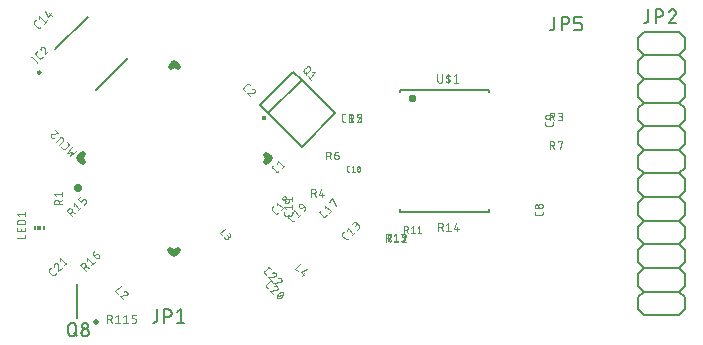
<source format=gbr>
G04 EAGLE Gerber RS-274X export*
G75*
%MOMM*%
%FSLAX34Y34*%
%LPD*%
%INSilkscreen Top*%
%IPPOS*%
%AMOC8*
5,1,8,0,0,1.08239X$1,22.5*%
G01*
%ADD10C,0.101600*%
%ADD11C,0.050800*%
%ADD12C,0.076200*%
%ADD13C,0.200000*%
%ADD14C,0.127000*%
%ADD15C,0.500000*%
%ADD16C,0.700000*%
%ADD17C,0.400000*%
%ADD18C,0.300000*%
%ADD19C,0.152400*%
%ADD20R,0.150000X0.300000*%
%ADD21R,0.300000X0.300000*%
%ADD22C,0.500000*%


D10*
X241391Y148783D02*
X240353Y147745D01*
X240354Y147745D02*
X240300Y147694D01*
X240244Y147645D01*
X240185Y147600D01*
X240124Y147557D01*
X240061Y147518D01*
X239996Y147482D01*
X239929Y147449D01*
X239861Y147420D01*
X239791Y147394D01*
X239720Y147372D01*
X239648Y147353D01*
X239575Y147338D01*
X239501Y147327D01*
X239427Y147319D01*
X239353Y147315D01*
X239279Y147315D01*
X239205Y147319D01*
X239131Y147327D01*
X239057Y147338D01*
X238984Y147353D01*
X238912Y147372D01*
X238841Y147394D01*
X238771Y147420D01*
X238703Y147449D01*
X238636Y147482D01*
X238571Y147518D01*
X238508Y147557D01*
X238447Y147600D01*
X238388Y147645D01*
X238332Y147694D01*
X238278Y147745D01*
X235684Y150340D01*
X235683Y150339D02*
X235632Y150393D01*
X235583Y150449D01*
X235538Y150508D01*
X235495Y150569D01*
X235456Y150632D01*
X235420Y150697D01*
X235387Y150764D01*
X235358Y150832D01*
X235332Y150902D01*
X235310Y150973D01*
X235291Y151045D01*
X235276Y151118D01*
X235265Y151192D01*
X235257Y151266D01*
X235253Y151340D01*
X235253Y151414D01*
X235257Y151488D01*
X235265Y151562D01*
X235276Y151636D01*
X235291Y151709D01*
X235310Y151781D01*
X235332Y151852D01*
X235358Y151922D01*
X235387Y151990D01*
X235420Y152057D01*
X235456Y152122D01*
X235495Y152185D01*
X235538Y152246D01*
X235583Y152305D01*
X235632Y152361D01*
X235683Y152415D01*
X236721Y153453D01*
X239743Y154399D02*
X240003Y156734D01*
X244673Y152065D01*
X245970Y153362D02*
X243375Y150767D01*
D11*
X299702Y147589D02*
X300718Y147589D01*
X299702Y147589D02*
X299641Y147591D01*
X299580Y147596D01*
X299519Y147606D01*
X299459Y147619D01*
X299400Y147635D01*
X299342Y147655D01*
X299285Y147679D01*
X299230Y147705D01*
X299176Y147736D01*
X299125Y147769D01*
X299075Y147805D01*
X299028Y147845D01*
X298984Y147887D01*
X298942Y147931D01*
X298902Y147978D01*
X298866Y148028D01*
X298833Y148079D01*
X298802Y148133D01*
X298776Y148188D01*
X298752Y148245D01*
X298732Y148303D01*
X298716Y148362D01*
X298703Y148422D01*
X298693Y148483D01*
X298688Y148544D01*
X298686Y148605D01*
X298686Y151145D01*
X298688Y151206D01*
X298693Y151267D01*
X298703Y151328D01*
X298716Y151388D01*
X298732Y151447D01*
X298752Y151505D01*
X298776Y151562D01*
X298802Y151617D01*
X298833Y151671D01*
X298866Y151722D01*
X298902Y151772D01*
X298942Y151819D01*
X298984Y151863D01*
X299028Y151905D01*
X299075Y151945D01*
X299125Y151981D01*
X299176Y152014D01*
X299230Y152045D01*
X299285Y152071D01*
X299342Y152095D01*
X299400Y152115D01*
X299459Y152131D01*
X299519Y152144D01*
X299580Y152154D01*
X299641Y152159D01*
X299702Y152161D01*
X300718Y152161D01*
X302511Y151145D02*
X303781Y152161D01*
X303781Y147589D01*
X302511Y147589D02*
X305051Y147589D01*
X307083Y149875D02*
X307085Y149997D01*
X307091Y150119D01*
X307101Y150241D01*
X307115Y150362D01*
X307132Y150483D01*
X307154Y150603D01*
X307179Y150722D01*
X307209Y150841D01*
X307242Y150958D01*
X307279Y151075D01*
X307320Y151190D01*
X307364Y151303D01*
X307412Y151416D01*
X307464Y151526D01*
X307484Y151580D01*
X307508Y151634D01*
X307536Y151685D01*
X307566Y151735D01*
X307599Y151783D01*
X307636Y151828D01*
X307675Y151872D01*
X307716Y151912D01*
X307760Y151951D01*
X307807Y151986D01*
X307855Y152018D01*
X307905Y152048D01*
X307958Y152074D01*
X308011Y152097D01*
X308066Y152116D01*
X308122Y152132D01*
X308179Y152145D01*
X308237Y152154D01*
X308295Y152159D01*
X308353Y152161D01*
X308411Y152159D01*
X308469Y152154D01*
X308527Y152145D01*
X308584Y152132D01*
X308640Y152116D01*
X308695Y152097D01*
X308748Y152074D01*
X308801Y152048D01*
X308851Y152018D01*
X308899Y151986D01*
X308946Y151951D01*
X308990Y151912D01*
X309031Y151872D01*
X309070Y151828D01*
X309107Y151783D01*
X309140Y151735D01*
X309170Y151685D01*
X309198Y151634D01*
X309222Y151580D01*
X309242Y151526D01*
X309294Y151416D01*
X309342Y151303D01*
X309386Y151190D01*
X309427Y151075D01*
X309464Y150958D01*
X309497Y150841D01*
X309527Y150722D01*
X309552Y150603D01*
X309574Y150483D01*
X309591Y150362D01*
X309605Y150241D01*
X309615Y150119D01*
X309621Y149997D01*
X309623Y149875D01*
X307083Y149875D02*
X307085Y149753D01*
X307091Y149631D01*
X307101Y149509D01*
X307115Y149388D01*
X307132Y149267D01*
X307154Y149147D01*
X307179Y149028D01*
X307209Y148909D01*
X307242Y148792D01*
X307279Y148675D01*
X307320Y148560D01*
X307364Y148447D01*
X307412Y148334D01*
X307464Y148224D01*
X307484Y148170D01*
X307508Y148116D01*
X307536Y148065D01*
X307566Y148015D01*
X307599Y147967D01*
X307636Y147922D01*
X307675Y147878D01*
X307716Y147838D01*
X307760Y147799D01*
X307807Y147764D01*
X307855Y147732D01*
X307905Y147702D01*
X307958Y147676D01*
X308011Y147653D01*
X308066Y147634D01*
X308122Y147618D01*
X308179Y147605D01*
X308237Y147596D01*
X308295Y147591D01*
X308353Y147589D01*
X309242Y148224D02*
X309294Y148334D01*
X309342Y148447D01*
X309386Y148560D01*
X309427Y148675D01*
X309464Y148792D01*
X309497Y148909D01*
X309527Y149028D01*
X309552Y149147D01*
X309574Y149267D01*
X309591Y149388D01*
X309605Y149509D01*
X309615Y149631D01*
X309621Y149753D01*
X309623Y149875D01*
X309242Y148224D02*
X309222Y148170D01*
X309198Y148116D01*
X309170Y148065D01*
X309140Y148015D01*
X309107Y147967D01*
X309070Y147922D01*
X309031Y147878D01*
X308990Y147838D01*
X308946Y147799D01*
X308899Y147764D01*
X308851Y147732D01*
X308801Y147702D01*
X308748Y147676D01*
X308695Y147653D01*
X308640Y147634D01*
X308584Y147618D01*
X308527Y147605D01*
X308469Y147596D01*
X308411Y147591D01*
X308353Y147589D01*
X307337Y148605D02*
X309369Y151145D01*
D10*
X252222Y113159D02*
X252222Y111691D01*
X252220Y111617D01*
X252214Y111542D01*
X252205Y111469D01*
X252192Y111395D01*
X252175Y111323D01*
X252155Y111252D01*
X252131Y111181D01*
X252103Y111112D01*
X252072Y111045D01*
X252038Y110979D01*
X252000Y110914D01*
X251959Y110852D01*
X251915Y110792D01*
X251868Y110735D01*
X251818Y110680D01*
X251765Y110627D01*
X251710Y110577D01*
X251653Y110530D01*
X251593Y110486D01*
X251531Y110445D01*
X251466Y110407D01*
X251401Y110373D01*
X251333Y110342D01*
X251264Y110314D01*
X251193Y110290D01*
X251122Y110270D01*
X251050Y110253D01*
X250976Y110240D01*
X250903Y110231D01*
X250828Y110225D01*
X250754Y110223D01*
X250754Y110224D02*
X247086Y110224D01*
X247086Y110223D02*
X247012Y110225D01*
X246937Y110231D01*
X246864Y110240D01*
X246790Y110253D01*
X246718Y110270D01*
X246647Y110290D01*
X246576Y110314D01*
X246507Y110342D01*
X246440Y110373D01*
X246374Y110407D01*
X246309Y110445D01*
X246247Y110486D01*
X246187Y110530D01*
X246130Y110577D01*
X246075Y110627D01*
X246022Y110680D01*
X245972Y110735D01*
X245925Y110792D01*
X245881Y110852D01*
X245840Y110914D01*
X245802Y110979D01*
X245768Y111044D01*
X245737Y111112D01*
X245709Y111181D01*
X245685Y111252D01*
X245665Y111323D01*
X245648Y111395D01*
X245635Y111469D01*
X245626Y111542D01*
X245620Y111617D01*
X245618Y111691D01*
X245618Y113159D01*
X247086Y115965D02*
X245618Y117800D01*
X252222Y117800D01*
X252222Y119634D02*
X252222Y115965D01*
X247086Y122823D02*
X245618Y124658D01*
X252222Y124658D01*
X252222Y126492D02*
X252222Y122823D01*
X295841Y189738D02*
X297309Y189738D01*
X295841Y189738D02*
X295767Y189740D01*
X295692Y189746D01*
X295619Y189755D01*
X295545Y189768D01*
X295473Y189785D01*
X295402Y189805D01*
X295331Y189829D01*
X295262Y189857D01*
X295195Y189888D01*
X295129Y189922D01*
X295064Y189960D01*
X295002Y190001D01*
X294942Y190045D01*
X294885Y190092D01*
X294830Y190142D01*
X294777Y190195D01*
X294727Y190250D01*
X294680Y190307D01*
X294636Y190367D01*
X294595Y190429D01*
X294557Y190494D01*
X294523Y190560D01*
X294492Y190627D01*
X294464Y190696D01*
X294440Y190767D01*
X294420Y190838D01*
X294403Y190910D01*
X294390Y190984D01*
X294381Y191057D01*
X294375Y191132D01*
X294373Y191206D01*
X294374Y191206D02*
X294374Y194874D01*
X294373Y194874D02*
X294375Y194948D01*
X294381Y195023D01*
X294390Y195096D01*
X294403Y195170D01*
X294420Y195242D01*
X294440Y195313D01*
X294464Y195384D01*
X294492Y195453D01*
X294523Y195520D01*
X294557Y195586D01*
X294595Y195651D01*
X294636Y195713D01*
X294680Y195773D01*
X294727Y195830D01*
X294777Y195885D01*
X294830Y195938D01*
X294885Y195988D01*
X294942Y196035D01*
X295002Y196079D01*
X295064Y196120D01*
X295129Y196158D01*
X295194Y196192D01*
X295262Y196223D01*
X295331Y196251D01*
X295402Y196275D01*
X295473Y196295D01*
X295545Y196312D01*
X295619Y196325D01*
X295692Y196334D01*
X295767Y196340D01*
X295841Y196342D01*
X297309Y196342D01*
X300115Y194874D02*
X301950Y196342D01*
X301950Y189738D01*
X303784Y189738D02*
X300115Y189738D01*
X308991Y196342D02*
X309070Y196340D01*
X309148Y196335D01*
X309226Y196325D01*
X309303Y196312D01*
X309380Y196295D01*
X309456Y196275D01*
X309531Y196251D01*
X309605Y196224D01*
X309677Y196193D01*
X309748Y196158D01*
X309817Y196121D01*
X309884Y196080D01*
X309949Y196036D01*
X310012Y195989D01*
X310072Y195939D01*
X310130Y195886D01*
X310186Y195830D01*
X310239Y195772D01*
X310289Y195712D01*
X310336Y195649D01*
X310380Y195584D01*
X310421Y195517D01*
X310458Y195448D01*
X310493Y195377D01*
X310524Y195305D01*
X310551Y195231D01*
X310575Y195156D01*
X310595Y195080D01*
X310612Y195003D01*
X310625Y194926D01*
X310635Y194848D01*
X310640Y194770D01*
X310642Y194691D01*
X308991Y196342D02*
X308902Y196340D01*
X308813Y196335D01*
X308725Y196325D01*
X308637Y196312D01*
X308550Y196296D01*
X308463Y196275D01*
X308378Y196251D01*
X308293Y196224D01*
X308210Y196193D01*
X308128Y196158D01*
X308047Y196120D01*
X307968Y196079D01*
X307892Y196035D01*
X307816Y195987D01*
X307743Y195936D01*
X307673Y195883D01*
X307604Y195826D01*
X307538Y195766D01*
X307475Y195704D01*
X307414Y195639D01*
X307356Y195572D01*
X307301Y195502D01*
X307248Y195430D01*
X307199Y195356D01*
X307153Y195280D01*
X307111Y195202D01*
X307071Y195122D01*
X307035Y195041D01*
X307002Y194958D01*
X306973Y194874D01*
X310092Y193407D02*
X310148Y193463D01*
X310202Y193522D01*
X310253Y193583D01*
X310302Y193647D01*
X310347Y193712D01*
X310390Y193780D01*
X310429Y193849D01*
X310466Y193920D01*
X310499Y193993D01*
X310528Y194067D01*
X310555Y194142D01*
X310578Y194218D01*
X310597Y194296D01*
X310613Y194374D01*
X310626Y194452D01*
X310635Y194532D01*
X310640Y194611D01*
X310642Y194691D01*
X310092Y193407D02*
X306973Y189738D01*
X310642Y189738D01*
X300525Y91694D02*
X299488Y90656D01*
X299434Y90605D01*
X299378Y90556D01*
X299319Y90511D01*
X299258Y90468D01*
X299195Y90429D01*
X299130Y90393D01*
X299063Y90360D01*
X298995Y90331D01*
X298925Y90305D01*
X298854Y90283D01*
X298782Y90264D01*
X298709Y90249D01*
X298635Y90238D01*
X298561Y90230D01*
X298487Y90226D01*
X298413Y90226D01*
X298339Y90230D01*
X298265Y90238D01*
X298191Y90249D01*
X298118Y90264D01*
X298046Y90283D01*
X297975Y90305D01*
X297905Y90331D01*
X297837Y90360D01*
X297770Y90393D01*
X297705Y90429D01*
X297642Y90468D01*
X297581Y90511D01*
X297522Y90556D01*
X297466Y90605D01*
X297412Y90656D01*
X294818Y93250D01*
X294767Y93304D01*
X294718Y93360D01*
X294673Y93419D01*
X294630Y93480D01*
X294591Y93543D01*
X294555Y93608D01*
X294522Y93675D01*
X294493Y93743D01*
X294467Y93813D01*
X294445Y93884D01*
X294426Y93956D01*
X294411Y94029D01*
X294400Y94103D01*
X294392Y94177D01*
X294388Y94251D01*
X294388Y94325D01*
X294392Y94399D01*
X294400Y94473D01*
X294411Y94547D01*
X294426Y94620D01*
X294445Y94692D01*
X294467Y94763D01*
X294493Y94833D01*
X294522Y94901D01*
X294555Y94968D01*
X294591Y95033D01*
X294630Y95096D01*
X294673Y95157D01*
X294718Y95216D01*
X294767Y95272D01*
X294818Y95326D01*
X295856Y96364D01*
X298878Y97310D02*
X299137Y99645D01*
X303807Y94975D01*
X302510Y93678D02*
X305104Y96273D01*
X307359Y98528D02*
X308656Y99825D01*
X308714Y99886D01*
X308770Y99950D01*
X308823Y100017D01*
X308872Y100086D01*
X308918Y100157D01*
X308961Y100230D01*
X309001Y100305D01*
X309037Y100381D01*
X309069Y100459D01*
X309098Y100539D01*
X309123Y100620D01*
X309144Y100702D01*
X309162Y100785D01*
X309175Y100869D01*
X309185Y100953D01*
X309191Y101037D01*
X309193Y101122D01*
X309191Y101207D01*
X309185Y101291D01*
X309175Y101375D01*
X309162Y101459D01*
X309144Y101542D01*
X309123Y101624D01*
X309098Y101705D01*
X309069Y101785D01*
X309037Y101863D01*
X309001Y101939D01*
X308961Y102014D01*
X308918Y102087D01*
X308872Y102158D01*
X308823Y102227D01*
X308770Y102294D01*
X308714Y102358D01*
X308656Y102419D01*
X308595Y102477D01*
X308531Y102533D01*
X308464Y102586D01*
X308395Y102635D01*
X308324Y102681D01*
X308251Y102724D01*
X308176Y102764D01*
X308100Y102800D01*
X308022Y102832D01*
X307942Y102861D01*
X307861Y102886D01*
X307779Y102907D01*
X307696Y102925D01*
X307612Y102938D01*
X307528Y102948D01*
X307444Y102954D01*
X307359Y102956D01*
X307274Y102954D01*
X307190Y102948D01*
X307106Y102938D01*
X307022Y102925D01*
X306939Y102907D01*
X306857Y102886D01*
X306776Y102861D01*
X306696Y102832D01*
X306618Y102800D01*
X306542Y102764D01*
X306467Y102724D01*
X306394Y102681D01*
X306323Y102635D01*
X306254Y102586D01*
X306187Y102533D01*
X306123Y102477D01*
X306062Y102419D01*
X304246Y104754D02*
X302689Y103197D01*
X304246Y104754D02*
X304301Y104806D01*
X304358Y104855D01*
X304418Y104901D01*
X304480Y104944D01*
X304545Y104984D01*
X304611Y105021D01*
X304679Y105053D01*
X304749Y105083D01*
X304820Y105109D01*
X304892Y105131D01*
X304965Y105149D01*
X305039Y105163D01*
X305114Y105174D01*
X305190Y105181D01*
X305265Y105184D01*
X305341Y105183D01*
X305416Y105178D01*
X305491Y105169D01*
X305566Y105157D01*
X305640Y105140D01*
X305712Y105120D01*
X305784Y105096D01*
X305854Y105069D01*
X305923Y105037D01*
X305991Y105003D01*
X306056Y104965D01*
X306119Y104923D01*
X306180Y104879D01*
X306239Y104831D01*
X306295Y104780D01*
X306348Y104727D01*
X306399Y104671D01*
X306447Y104612D01*
X306491Y104551D01*
X306533Y104488D01*
X306571Y104423D01*
X306605Y104355D01*
X306637Y104286D01*
X306664Y104216D01*
X306688Y104144D01*
X306708Y104072D01*
X306725Y103998D01*
X306737Y103923D01*
X306746Y103848D01*
X306751Y103773D01*
X306752Y103697D01*
X306749Y103622D01*
X306742Y103546D01*
X306731Y103471D01*
X306717Y103397D01*
X306699Y103324D01*
X306677Y103252D01*
X306651Y103181D01*
X306621Y103111D01*
X306589Y103043D01*
X306552Y102977D01*
X306512Y102912D01*
X306469Y102850D01*
X306423Y102790D01*
X306374Y102733D01*
X306322Y102678D01*
X306321Y102678D02*
X305284Y101641D01*
D12*
X39854Y270917D02*
X38777Y269839D01*
X38721Y269786D01*
X38662Y269736D01*
X38601Y269689D01*
X38538Y269645D01*
X38472Y269604D01*
X38405Y269566D01*
X38335Y269532D01*
X38264Y269502D01*
X38192Y269475D01*
X38118Y269452D01*
X38044Y269432D01*
X37968Y269417D01*
X37892Y269405D01*
X37815Y269397D01*
X37738Y269393D01*
X37660Y269393D01*
X37583Y269397D01*
X37506Y269405D01*
X37430Y269417D01*
X37355Y269432D01*
X37280Y269452D01*
X37206Y269475D01*
X37134Y269502D01*
X37063Y269532D01*
X36993Y269566D01*
X36926Y269604D01*
X36860Y269644D01*
X36797Y269689D01*
X36736Y269736D01*
X36677Y269786D01*
X36621Y269839D01*
X33927Y272533D01*
X33874Y272589D01*
X33824Y272648D01*
X33777Y272709D01*
X33733Y272772D01*
X33692Y272838D01*
X33654Y272905D01*
X33620Y272975D01*
X33590Y273046D01*
X33563Y273118D01*
X33540Y273192D01*
X33520Y273267D01*
X33505Y273342D01*
X33493Y273418D01*
X33485Y273495D01*
X33481Y273572D01*
X33481Y273650D01*
X33485Y273727D01*
X33493Y273804D01*
X33505Y273880D01*
X33520Y273956D01*
X33540Y274030D01*
X33563Y274104D01*
X33590Y274176D01*
X33620Y274247D01*
X33654Y274317D01*
X33692Y274384D01*
X33733Y274450D01*
X33777Y274513D01*
X33824Y274574D01*
X33874Y274633D01*
X33927Y274689D01*
X33927Y274688D02*
X35005Y275766D01*
X37984Y276590D02*
X38254Y279015D01*
X43103Y274165D01*
X41756Y272818D02*
X44450Y275512D01*
X45528Y278745D02*
X42833Y283595D01*
X45528Y278745D02*
X48222Y281439D01*
X48491Y279554D02*
X46336Y281709D01*
D10*
X280438Y109706D02*
X281475Y110744D01*
X280438Y109706D02*
X280384Y109655D01*
X280328Y109606D01*
X280269Y109561D01*
X280208Y109518D01*
X280145Y109479D01*
X280080Y109443D01*
X280013Y109410D01*
X279945Y109381D01*
X279875Y109355D01*
X279804Y109333D01*
X279732Y109314D01*
X279659Y109299D01*
X279585Y109288D01*
X279511Y109280D01*
X279437Y109276D01*
X279363Y109276D01*
X279289Y109280D01*
X279215Y109288D01*
X279141Y109299D01*
X279068Y109314D01*
X278996Y109333D01*
X278925Y109355D01*
X278855Y109381D01*
X278787Y109410D01*
X278720Y109443D01*
X278655Y109479D01*
X278592Y109518D01*
X278531Y109561D01*
X278472Y109606D01*
X278416Y109655D01*
X278362Y109706D01*
X275768Y112300D01*
X275717Y112354D01*
X275668Y112410D01*
X275623Y112469D01*
X275580Y112530D01*
X275541Y112593D01*
X275505Y112658D01*
X275472Y112725D01*
X275443Y112793D01*
X275417Y112863D01*
X275395Y112934D01*
X275376Y113006D01*
X275361Y113079D01*
X275350Y113153D01*
X275342Y113227D01*
X275338Y113301D01*
X275338Y113375D01*
X275342Y113449D01*
X275350Y113523D01*
X275361Y113597D01*
X275376Y113670D01*
X275395Y113742D01*
X275417Y113813D01*
X275443Y113883D01*
X275472Y113951D01*
X275505Y114018D01*
X275541Y114083D01*
X275580Y114146D01*
X275623Y114207D01*
X275668Y114266D01*
X275717Y114322D01*
X275768Y114376D01*
X276806Y115414D01*
X279828Y116360D02*
X280087Y118695D01*
X284757Y114025D01*
X283460Y112728D02*
X286054Y115323D01*
X284158Y121728D02*
X283639Y122247D01*
X286234Y124842D01*
X289606Y118875D01*
X240926Y113374D02*
X239888Y112336D01*
X239834Y112285D01*
X239778Y112236D01*
X239719Y112191D01*
X239658Y112148D01*
X239595Y112109D01*
X239530Y112073D01*
X239463Y112040D01*
X239395Y112011D01*
X239325Y111985D01*
X239254Y111963D01*
X239182Y111944D01*
X239109Y111929D01*
X239035Y111918D01*
X238961Y111910D01*
X238887Y111906D01*
X238813Y111906D01*
X238739Y111910D01*
X238665Y111918D01*
X238591Y111929D01*
X238518Y111944D01*
X238446Y111963D01*
X238375Y111985D01*
X238305Y112011D01*
X238237Y112040D01*
X238170Y112073D01*
X238105Y112109D01*
X238042Y112148D01*
X237981Y112191D01*
X237922Y112236D01*
X237866Y112285D01*
X237812Y112336D01*
X237813Y112336D02*
X235218Y114931D01*
X235218Y114930D02*
X235167Y114984D01*
X235118Y115040D01*
X235073Y115099D01*
X235030Y115160D01*
X234991Y115223D01*
X234955Y115288D01*
X234922Y115355D01*
X234893Y115423D01*
X234867Y115493D01*
X234845Y115564D01*
X234826Y115636D01*
X234811Y115709D01*
X234800Y115783D01*
X234792Y115857D01*
X234788Y115931D01*
X234788Y116005D01*
X234792Y116079D01*
X234800Y116153D01*
X234811Y116227D01*
X234826Y116300D01*
X234845Y116372D01*
X234867Y116443D01*
X234893Y116513D01*
X234922Y116581D01*
X234955Y116648D01*
X234991Y116713D01*
X235030Y116776D01*
X235073Y116837D01*
X235118Y116896D01*
X235167Y116952D01*
X235218Y117006D01*
X236256Y118044D01*
X239278Y118991D02*
X239537Y121325D01*
X244207Y116656D01*
X242910Y115359D02*
X245504Y117953D01*
X246462Y121505D02*
X246404Y121566D01*
X246348Y121630D01*
X246295Y121697D01*
X246246Y121766D01*
X246200Y121837D01*
X246157Y121910D01*
X246117Y121985D01*
X246081Y122061D01*
X246049Y122139D01*
X246020Y122219D01*
X245995Y122300D01*
X245974Y122382D01*
X245956Y122465D01*
X245943Y122549D01*
X245933Y122633D01*
X245927Y122717D01*
X245925Y122802D01*
X245927Y122887D01*
X245933Y122971D01*
X245943Y123055D01*
X245956Y123139D01*
X245974Y123222D01*
X245995Y123304D01*
X246020Y123385D01*
X246049Y123465D01*
X246081Y123543D01*
X246117Y123619D01*
X246157Y123694D01*
X246200Y123767D01*
X246246Y123838D01*
X246295Y123907D01*
X246348Y123974D01*
X246404Y124038D01*
X246462Y124099D01*
X246523Y124157D01*
X246587Y124213D01*
X246654Y124266D01*
X246723Y124315D01*
X246794Y124361D01*
X246867Y124404D01*
X246942Y124444D01*
X247018Y124480D01*
X247096Y124512D01*
X247176Y124541D01*
X247257Y124566D01*
X247339Y124587D01*
X247422Y124605D01*
X247506Y124618D01*
X247590Y124628D01*
X247674Y124634D01*
X247759Y124636D01*
X247844Y124634D01*
X247928Y124628D01*
X248012Y124618D01*
X248096Y124605D01*
X248179Y124587D01*
X248261Y124566D01*
X248342Y124541D01*
X248422Y124512D01*
X248500Y124480D01*
X248576Y124444D01*
X248651Y124404D01*
X248724Y124361D01*
X248795Y124315D01*
X248864Y124266D01*
X248931Y124213D01*
X248995Y124157D01*
X249056Y124099D01*
X249114Y124038D01*
X249170Y123974D01*
X249223Y123907D01*
X249272Y123838D01*
X249318Y123767D01*
X249361Y123694D01*
X249401Y123619D01*
X249437Y123543D01*
X249469Y123465D01*
X249498Y123385D01*
X249523Y123304D01*
X249544Y123222D01*
X249562Y123139D01*
X249575Y123055D01*
X249585Y122971D01*
X249591Y122887D01*
X249593Y122802D01*
X249591Y122717D01*
X249585Y122633D01*
X249575Y122549D01*
X249562Y122465D01*
X249544Y122382D01*
X249523Y122300D01*
X249498Y122219D01*
X249469Y122139D01*
X249437Y122061D01*
X249401Y121985D01*
X249361Y121910D01*
X249318Y121837D01*
X249272Y121766D01*
X249223Y121697D01*
X249170Y121630D01*
X249114Y121566D01*
X249056Y121505D01*
X248995Y121447D01*
X248931Y121391D01*
X248864Y121338D01*
X248795Y121289D01*
X248724Y121243D01*
X248651Y121200D01*
X248576Y121160D01*
X248500Y121124D01*
X248422Y121092D01*
X248342Y121063D01*
X248261Y121038D01*
X248179Y121017D01*
X248096Y120999D01*
X248012Y120986D01*
X247928Y120976D01*
X247844Y120970D01*
X247759Y120968D01*
X247674Y120970D01*
X247590Y120976D01*
X247506Y120986D01*
X247422Y120999D01*
X247339Y121017D01*
X247257Y121038D01*
X247176Y121063D01*
X247096Y121092D01*
X247018Y121124D01*
X246942Y121160D01*
X246867Y121200D01*
X246794Y121243D01*
X246723Y121289D01*
X246654Y121338D01*
X246587Y121391D01*
X246523Y121447D01*
X246462Y121505D01*
X244386Y124099D02*
X244334Y124154D01*
X244285Y124211D01*
X244239Y124271D01*
X244196Y124333D01*
X244156Y124398D01*
X244119Y124464D01*
X244087Y124532D01*
X244057Y124602D01*
X244031Y124673D01*
X244009Y124745D01*
X243991Y124818D01*
X243977Y124892D01*
X243966Y124967D01*
X243959Y125043D01*
X243956Y125118D01*
X243957Y125194D01*
X243962Y125269D01*
X243971Y125344D01*
X243983Y125419D01*
X244000Y125493D01*
X244020Y125565D01*
X244044Y125637D01*
X244071Y125707D01*
X244103Y125776D01*
X244137Y125844D01*
X244175Y125909D01*
X244217Y125972D01*
X244261Y126033D01*
X244309Y126092D01*
X244360Y126148D01*
X244413Y126201D01*
X244469Y126252D01*
X244528Y126300D01*
X244589Y126344D01*
X244652Y126386D01*
X244717Y126424D01*
X244785Y126458D01*
X244853Y126490D01*
X244924Y126517D01*
X244996Y126541D01*
X245068Y126561D01*
X245142Y126578D01*
X245217Y126590D01*
X245292Y126599D01*
X245367Y126604D01*
X245443Y126605D01*
X245518Y126602D01*
X245594Y126595D01*
X245669Y126584D01*
X245743Y126570D01*
X245816Y126552D01*
X245888Y126530D01*
X245959Y126504D01*
X246029Y126474D01*
X246097Y126442D01*
X246163Y126405D01*
X246228Y126365D01*
X246290Y126322D01*
X246350Y126276D01*
X246407Y126227D01*
X246462Y126175D01*
X246514Y126120D01*
X246563Y126063D01*
X246609Y126003D01*
X246652Y125941D01*
X246692Y125876D01*
X246729Y125810D01*
X246761Y125742D01*
X246791Y125673D01*
X246817Y125601D01*
X246839Y125529D01*
X246857Y125456D01*
X246871Y125382D01*
X246882Y125307D01*
X246889Y125231D01*
X246892Y125156D01*
X246891Y125080D01*
X246886Y125005D01*
X246877Y124930D01*
X246865Y124855D01*
X246848Y124781D01*
X246828Y124709D01*
X246804Y124637D01*
X246777Y124567D01*
X246745Y124498D01*
X246711Y124430D01*
X246673Y124365D01*
X246631Y124302D01*
X246587Y124241D01*
X246539Y124182D01*
X246488Y124126D01*
X246435Y124073D01*
X246379Y124022D01*
X246320Y123974D01*
X246259Y123930D01*
X246196Y123888D01*
X246131Y123850D01*
X246063Y123816D01*
X245995Y123784D01*
X245924Y123757D01*
X245852Y123733D01*
X245780Y123713D01*
X245706Y123696D01*
X245631Y123684D01*
X245556Y123675D01*
X245481Y123670D01*
X245405Y123669D01*
X245330Y123672D01*
X245254Y123679D01*
X245179Y123690D01*
X245105Y123704D01*
X245032Y123722D01*
X244960Y123744D01*
X244889Y123770D01*
X244819Y123800D01*
X244751Y123832D01*
X244685Y123869D01*
X244620Y123909D01*
X244558Y123952D01*
X244498Y123998D01*
X244441Y124047D01*
X244386Y124099D01*
X254896Y107024D02*
X253858Y105986D01*
X253804Y105935D01*
X253748Y105886D01*
X253689Y105841D01*
X253628Y105798D01*
X253565Y105759D01*
X253500Y105723D01*
X253433Y105690D01*
X253365Y105661D01*
X253295Y105635D01*
X253224Y105613D01*
X253152Y105594D01*
X253079Y105579D01*
X253005Y105568D01*
X252931Y105560D01*
X252857Y105556D01*
X252783Y105556D01*
X252709Y105560D01*
X252635Y105568D01*
X252561Y105579D01*
X252488Y105594D01*
X252416Y105613D01*
X252345Y105635D01*
X252275Y105661D01*
X252207Y105690D01*
X252140Y105723D01*
X252075Y105759D01*
X252012Y105798D01*
X251951Y105841D01*
X251892Y105886D01*
X251836Y105935D01*
X251782Y105986D01*
X251783Y105986D02*
X249188Y108581D01*
X249188Y108580D02*
X249137Y108634D01*
X249088Y108690D01*
X249043Y108749D01*
X249000Y108810D01*
X248961Y108873D01*
X248925Y108938D01*
X248892Y109005D01*
X248863Y109073D01*
X248837Y109143D01*
X248815Y109214D01*
X248796Y109286D01*
X248781Y109359D01*
X248770Y109433D01*
X248762Y109507D01*
X248758Y109581D01*
X248758Y109655D01*
X248762Y109729D01*
X248770Y109803D01*
X248781Y109877D01*
X248796Y109950D01*
X248815Y110022D01*
X248837Y110093D01*
X248863Y110163D01*
X248892Y110231D01*
X248925Y110298D01*
X248961Y110363D01*
X249000Y110426D01*
X249043Y110487D01*
X249088Y110546D01*
X249137Y110602D01*
X249188Y110656D01*
X250226Y111694D01*
X253248Y112641D02*
X253507Y114975D01*
X258177Y110306D01*
X256880Y109009D02*
X259474Y111603D01*
X260692Y116971D02*
X262248Y118527D01*
X260692Y116971D02*
X260638Y116920D01*
X260582Y116871D01*
X260523Y116826D01*
X260462Y116783D01*
X260399Y116744D01*
X260334Y116708D01*
X260267Y116675D01*
X260199Y116646D01*
X260129Y116620D01*
X260058Y116598D01*
X259986Y116579D01*
X259913Y116564D01*
X259839Y116553D01*
X259765Y116545D01*
X259691Y116541D01*
X259617Y116541D01*
X259543Y116545D01*
X259469Y116553D01*
X259395Y116564D01*
X259322Y116579D01*
X259250Y116598D01*
X259179Y116620D01*
X259109Y116646D01*
X259041Y116675D01*
X258974Y116708D01*
X258909Y116744D01*
X258846Y116783D01*
X258785Y116826D01*
X258726Y116871D01*
X258670Y116920D01*
X258616Y116971D01*
X258357Y117230D01*
X258299Y117291D01*
X258243Y117355D01*
X258190Y117422D01*
X258141Y117491D01*
X258095Y117562D01*
X258052Y117635D01*
X258012Y117710D01*
X257976Y117786D01*
X257944Y117864D01*
X257915Y117944D01*
X257890Y118025D01*
X257869Y118107D01*
X257851Y118190D01*
X257838Y118274D01*
X257828Y118358D01*
X257822Y118442D01*
X257820Y118527D01*
X257822Y118612D01*
X257828Y118696D01*
X257838Y118780D01*
X257851Y118864D01*
X257869Y118947D01*
X257890Y119029D01*
X257915Y119110D01*
X257944Y119190D01*
X257976Y119268D01*
X258012Y119344D01*
X258052Y119419D01*
X258095Y119492D01*
X258141Y119563D01*
X258190Y119632D01*
X258243Y119699D01*
X258299Y119763D01*
X258357Y119824D01*
X258418Y119882D01*
X258482Y119938D01*
X258549Y119991D01*
X258618Y120040D01*
X258689Y120086D01*
X258762Y120129D01*
X258837Y120169D01*
X258913Y120205D01*
X258991Y120237D01*
X259071Y120266D01*
X259152Y120291D01*
X259234Y120312D01*
X259317Y120330D01*
X259401Y120343D01*
X259485Y120353D01*
X259569Y120359D01*
X259654Y120361D01*
X259739Y120359D01*
X259823Y120353D01*
X259907Y120343D01*
X259991Y120330D01*
X260074Y120312D01*
X260156Y120291D01*
X260237Y120266D01*
X260317Y120237D01*
X260395Y120205D01*
X260471Y120169D01*
X260546Y120129D01*
X260619Y120086D01*
X260690Y120040D01*
X260759Y119991D01*
X260826Y119938D01*
X260890Y119882D01*
X260951Y119824D01*
X260951Y119825D02*
X262248Y118527D01*
X262323Y118450D01*
X262394Y118370D01*
X262463Y118288D01*
X262528Y118203D01*
X262591Y118116D01*
X262650Y118026D01*
X262706Y117935D01*
X262758Y117841D01*
X262807Y117746D01*
X262853Y117649D01*
X262895Y117550D01*
X262933Y117450D01*
X262968Y117349D01*
X262999Y117246D01*
X263026Y117142D01*
X263049Y117038D01*
X263068Y116932D01*
X263084Y116826D01*
X263096Y116720D01*
X263104Y116613D01*
X263108Y116506D01*
X263108Y116398D01*
X263104Y116291D01*
X263096Y116184D01*
X263084Y116078D01*
X263068Y115972D01*
X263049Y115866D01*
X263026Y115762D01*
X262999Y115658D01*
X262968Y115555D01*
X262933Y115454D01*
X262895Y115354D01*
X262853Y115255D01*
X262807Y115158D01*
X262758Y115063D01*
X262706Y114969D01*
X262650Y114878D01*
X262591Y114788D01*
X262528Y114701D01*
X262463Y114616D01*
X262394Y114534D01*
X262323Y114454D01*
X262248Y114377D01*
X212283Y215809D02*
X211245Y216847D01*
X211245Y216846D02*
X211194Y216900D01*
X211145Y216956D01*
X211100Y217015D01*
X211057Y217076D01*
X211018Y217139D01*
X210982Y217204D01*
X210949Y217271D01*
X210920Y217339D01*
X210894Y217409D01*
X210872Y217480D01*
X210853Y217552D01*
X210838Y217625D01*
X210827Y217699D01*
X210819Y217773D01*
X210815Y217847D01*
X210815Y217921D01*
X210819Y217995D01*
X210827Y218069D01*
X210838Y218143D01*
X210853Y218216D01*
X210872Y218288D01*
X210894Y218359D01*
X210920Y218429D01*
X210949Y218497D01*
X210982Y218564D01*
X211018Y218629D01*
X211057Y218692D01*
X211100Y218753D01*
X211145Y218812D01*
X211194Y218868D01*
X211245Y218922D01*
X213840Y221516D01*
X213839Y221517D02*
X213893Y221568D01*
X213949Y221617D01*
X214008Y221662D01*
X214069Y221705D01*
X214132Y221744D01*
X214197Y221780D01*
X214264Y221813D01*
X214332Y221842D01*
X214402Y221868D01*
X214473Y221890D01*
X214545Y221909D01*
X214618Y221924D01*
X214692Y221935D01*
X214766Y221943D01*
X214840Y221947D01*
X214914Y221947D01*
X214988Y221943D01*
X215062Y221935D01*
X215136Y221924D01*
X215209Y221909D01*
X215281Y221890D01*
X215352Y221868D01*
X215422Y221842D01*
X215490Y221813D01*
X215557Y221780D01*
X215622Y221744D01*
X215685Y221705D01*
X215746Y221662D01*
X215805Y221617D01*
X215861Y221568D01*
X215915Y221517D01*
X215915Y221516D02*
X216953Y220479D01*
X220364Y217067D02*
X220419Y217011D01*
X220470Y216951D01*
X220519Y216889D01*
X220564Y216825D01*
X220607Y216759D01*
X220646Y216691D01*
X220682Y216621D01*
X220715Y216550D01*
X220744Y216477D01*
X220770Y216403D01*
X220792Y216327D01*
X220810Y216251D01*
X220825Y216174D01*
X220836Y216096D01*
X220844Y216018D01*
X220848Y215939D01*
X220848Y215861D01*
X220844Y215782D01*
X220836Y215704D01*
X220825Y215626D01*
X220810Y215549D01*
X220792Y215473D01*
X220770Y215397D01*
X220744Y215323D01*
X220715Y215250D01*
X220682Y215179D01*
X220646Y215109D01*
X220607Y215041D01*
X220564Y214975D01*
X220519Y214911D01*
X220470Y214849D01*
X220419Y214789D01*
X220364Y214733D01*
X220364Y217068D02*
X220300Y217129D01*
X220233Y217188D01*
X220164Y217244D01*
X220092Y217297D01*
X220019Y217347D01*
X219943Y217394D01*
X219866Y217437D01*
X219787Y217478D01*
X219706Y217515D01*
X219623Y217548D01*
X219540Y217578D01*
X219455Y217605D01*
X219369Y217628D01*
X219282Y217647D01*
X219195Y217663D01*
X219107Y217675D01*
X219018Y217683D01*
X218929Y217688D01*
X218840Y217689D01*
X218752Y217686D01*
X218663Y217679D01*
X218575Y217669D01*
X218487Y217655D01*
X218400Y217638D01*
X218313Y217616D01*
X218228Y217591D01*
X218144Y217563D01*
X218061Y217531D01*
X217979Y217496D01*
X217899Y217457D01*
X219067Y214214D02*
X219147Y214213D01*
X219226Y214217D01*
X219306Y214224D01*
X219385Y214234D01*
X219463Y214249D01*
X219541Y214266D01*
X219618Y214287D01*
X219694Y214312D01*
X219769Y214340D01*
X219842Y214371D01*
X219914Y214406D01*
X219984Y214444D01*
X220053Y214484D01*
X220120Y214528D01*
X220184Y214575D01*
X220247Y214625D01*
X220307Y214677D01*
X220364Y214733D01*
X219067Y214214D02*
X214267Y213824D01*
X216862Y211230D01*
X230356Y49762D02*
X231394Y48725D01*
X230356Y49762D02*
X230305Y49816D01*
X230256Y49872D01*
X230211Y49931D01*
X230168Y49992D01*
X230129Y50055D01*
X230093Y50120D01*
X230060Y50187D01*
X230031Y50255D01*
X230005Y50325D01*
X229983Y50396D01*
X229964Y50468D01*
X229949Y50541D01*
X229938Y50615D01*
X229930Y50689D01*
X229926Y50763D01*
X229926Y50837D01*
X229930Y50911D01*
X229938Y50985D01*
X229949Y51059D01*
X229964Y51132D01*
X229983Y51204D01*
X230005Y51275D01*
X230031Y51345D01*
X230060Y51413D01*
X230093Y51480D01*
X230129Y51545D01*
X230168Y51608D01*
X230211Y51669D01*
X230256Y51728D01*
X230305Y51784D01*
X230356Y51838D01*
X232950Y54432D01*
X233004Y54483D01*
X233060Y54532D01*
X233119Y54577D01*
X233180Y54620D01*
X233243Y54659D01*
X233308Y54695D01*
X233375Y54728D01*
X233443Y54757D01*
X233513Y54783D01*
X233584Y54805D01*
X233656Y54824D01*
X233729Y54839D01*
X233803Y54850D01*
X233877Y54858D01*
X233951Y54862D01*
X234025Y54862D01*
X234099Y54858D01*
X234173Y54850D01*
X234247Y54839D01*
X234320Y54824D01*
X234392Y54805D01*
X234463Y54783D01*
X234533Y54757D01*
X234601Y54728D01*
X234668Y54695D01*
X234733Y54659D01*
X234796Y54620D01*
X234857Y54577D01*
X234916Y54532D01*
X234972Y54483D01*
X235026Y54432D01*
X236064Y53394D01*
X239474Y49983D02*
X239529Y49927D01*
X239580Y49867D01*
X239629Y49805D01*
X239674Y49741D01*
X239717Y49675D01*
X239756Y49607D01*
X239792Y49537D01*
X239825Y49466D01*
X239854Y49393D01*
X239880Y49319D01*
X239902Y49243D01*
X239920Y49167D01*
X239935Y49090D01*
X239946Y49012D01*
X239954Y48934D01*
X239958Y48855D01*
X239958Y48777D01*
X239954Y48698D01*
X239946Y48620D01*
X239935Y48542D01*
X239920Y48465D01*
X239902Y48389D01*
X239880Y48313D01*
X239854Y48239D01*
X239825Y48166D01*
X239792Y48095D01*
X239756Y48025D01*
X239717Y47957D01*
X239674Y47891D01*
X239629Y47827D01*
X239580Y47765D01*
X239529Y47705D01*
X239474Y47649D01*
X239475Y49983D02*
X239411Y50044D01*
X239344Y50103D01*
X239275Y50159D01*
X239203Y50212D01*
X239130Y50262D01*
X239054Y50309D01*
X238977Y50352D01*
X238898Y50393D01*
X238817Y50430D01*
X238734Y50463D01*
X238651Y50493D01*
X238566Y50520D01*
X238480Y50543D01*
X238393Y50562D01*
X238306Y50578D01*
X238218Y50590D01*
X238129Y50598D01*
X238040Y50603D01*
X237951Y50604D01*
X237863Y50601D01*
X237774Y50594D01*
X237686Y50584D01*
X237598Y50570D01*
X237511Y50553D01*
X237424Y50531D01*
X237339Y50506D01*
X237255Y50478D01*
X237172Y50446D01*
X237090Y50411D01*
X237010Y50372D01*
X238178Y47129D02*
X238258Y47128D01*
X238337Y47132D01*
X238417Y47139D01*
X238496Y47149D01*
X238574Y47164D01*
X238652Y47181D01*
X238729Y47202D01*
X238805Y47227D01*
X238880Y47255D01*
X238953Y47286D01*
X239025Y47321D01*
X239095Y47359D01*
X239164Y47399D01*
X239231Y47443D01*
X239295Y47490D01*
X239358Y47540D01*
X239418Y47592D01*
X239475Y47648D01*
X238178Y47129D02*
X233378Y46740D01*
X235973Y44146D01*
X240563Y44225D02*
X240667Y44326D01*
X240774Y44425D01*
X240883Y44520D01*
X240995Y44613D01*
X241109Y44703D01*
X241226Y44789D01*
X241344Y44873D01*
X241465Y44953D01*
X241589Y45030D01*
X241714Y45104D01*
X241841Y45174D01*
X241970Y45241D01*
X242100Y45304D01*
X242233Y45364D01*
X242366Y45420D01*
X242502Y45473D01*
X242638Y45522D01*
X242637Y45523D02*
X242704Y45553D01*
X242772Y45580D01*
X242841Y45603D01*
X242912Y45622D01*
X242984Y45638D01*
X243056Y45649D01*
X243129Y45657D01*
X243202Y45661D01*
X243275Y45660D01*
X243348Y45656D01*
X243421Y45648D01*
X243493Y45636D01*
X243565Y45620D01*
X243635Y45600D01*
X243705Y45577D01*
X243773Y45550D01*
X243839Y45519D01*
X243904Y45484D01*
X243966Y45447D01*
X244027Y45405D01*
X244085Y45361D01*
X244141Y45314D01*
X244194Y45263D01*
X244195Y45263D02*
X244245Y45209D01*
X244292Y45154D01*
X244337Y45095D01*
X244378Y45035D01*
X244416Y44972D01*
X244450Y44908D01*
X244481Y44841D01*
X244508Y44773D01*
X244531Y44704D01*
X244551Y44634D01*
X244567Y44562D01*
X244579Y44490D01*
X244587Y44417D01*
X244591Y44344D01*
X244592Y44271D01*
X244588Y44198D01*
X244580Y44125D01*
X244569Y44053D01*
X244553Y43981D01*
X244534Y43911D01*
X244511Y43841D01*
X244484Y43773D01*
X244454Y43706D01*
X244405Y43570D01*
X244352Y43434D01*
X244296Y43301D01*
X244236Y43168D01*
X244173Y43038D01*
X244106Y42909D01*
X244036Y42782D01*
X243962Y42657D01*
X243885Y42533D01*
X243805Y42412D01*
X243721Y42294D01*
X243635Y42177D01*
X243545Y42063D01*
X243452Y41951D01*
X243357Y41842D01*
X243258Y41735D01*
X243157Y41631D01*
X240563Y44225D02*
X240462Y44121D01*
X240363Y44014D01*
X240268Y43905D01*
X240175Y43793D01*
X240085Y43679D01*
X239999Y43562D01*
X239915Y43444D01*
X239835Y43323D01*
X239758Y43200D01*
X239685Y43074D01*
X239614Y42947D01*
X239547Y42818D01*
X239484Y42688D01*
X239424Y42556D01*
X239368Y42422D01*
X239315Y42286D01*
X239266Y42150D01*
X239236Y42083D01*
X239209Y42015D01*
X239186Y41945D01*
X239167Y41875D01*
X239151Y41803D01*
X239140Y41731D01*
X239132Y41658D01*
X239128Y41585D01*
X239129Y41512D01*
X239133Y41439D01*
X239141Y41366D01*
X239153Y41294D01*
X239169Y41222D01*
X239189Y41152D01*
X239212Y41083D01*
X239239Y41015D01*
X239270Y40948D01*
X239304Y40884D01*
X239342Y40821D01*
X239383Y40761D01*
X239428Y40702D01*
X239475Y40647D01*
X239525Y40593D01*
X241081Y40335D02*
X241217Y40384D01*
X241353Y40437D01*
X241486Y40493D01*
X241619Y40553D01*
X241749Y40616D01*
X241878Y40683D01*
X242005Y40753D01*
X242130Y40827D01*
X242254Y40904D01*
X242375Y40984D01*
X242493Y41068D01*
X242610Y41154D01*
X242724Y41244D01*
X242836Y41337D01*
X242945Y41432D01*
X243052Y41531D01*
X243156Y41632D01*
X241081Y40334D02*
X241015Y40304D01*
X240947Y40277D01*
X240877Y40254D01*
X240807Y40235D01*
X240735Y40219D01*
X240663Y40208D01*
X240590Y40200D01*
X240517Y40196D01*
X240444Y40197D01*
X240371Y40201D01*
X240298Y40209D01*
X240226Y40221D01*
X240154Y40237D01*
X240084Y40257D01*
X240015Y40280D01*
X239947Y40307D01*
X239880Y40338D01*
X239816Y40372D01*
X239753Y40410D01*
X239693Y40451D01*
X239634Y40496D01*
X239579Y40543D01*
X239525Y40593D01*
X239525Y42669D02*
X244194Y43188D01*
X52392Y61384D02*
X51354Y60346D01*
X51300Y60295D01*
X51244Y60246D01*
X51185Y60201D01*
X51124Y60158D01*
X51061Y60119D01*
X50996Y60083D01*
X50929Y60050D01*
X50861Y60021D01*
X50791Y59995D01*
X50720Y59973D01*
X50648Y59954D01*
X50575Y59939D01*
X50501Y59928D01*
X50427Y59920D01*
X50353Y59916D01*
X50279Y59916D01*
X50205Y59920D01*
X50131Y59928D01*
X50057Y59939D01*
X49984Y59954D01*
X49912Y59973D01*
X49841Y59995D01*
X49771Y60021D01*
X49703Y60050D01*
X49636Y60083D01*
X49571Y60119D01*
X49508Y60158D01*
X49447Y60201D01*
X49388Y60246D01*
X49332Y60295D01*
X49278Y60346D01*
X46684Y62940D01*
X46633Y62994D01*
X46584Y63050D01*
X46539Y63109D01*
X46496Y63170D01*
X46457Y63233D01*
X46421Y63298D01*
X46388Y63365D01*
X46359Y63433D01*
X46333Y63503D01*
X46311Y63574D01*
X46292Y63646D01*
X46277Y63719D01*
X46266Y63793D01*
X46258Y63867D01*
X46254Y63941D01*
X46254Y64015D01*
X46258Y64089D01*
X46266Y64163D01*
X46277Y64237D01*
X46292Y64310D01*
X46311Y64382D01*
X46333Y64453D01*
X46359Y64523D01*
X46388Y64591D01*
X46421Y64658D01*
X46457Y64723D01*
X46496Y64786D01*
X46539Y64847D01*
X46584Y64906D01*
X46633Y64962D01*
X46684Y65016D01*
X47722Y66053D01*
X51134Y69464D02*
X51190Y69519D01*
X51250Y69570D01*
X51312Y69619D01*
X51376Y69664D01*
X51442Y69707D01*
X51510Y69746D01*
X51580Y69782D01*
X51651Y69815D01*
X51724Y69844D01*
X51798Y69870D01*
X51874Y69892D01*
X51950Y69910D01*
X52027Y69925D01*
X52105Y69936D01*
X52183Y69944D01*
X52262Y69948D01*
X52340Y69948D01*
X52419Y69944D01*
X52497Y69936D01*
X52575Y69925D01*
X52652Y69910D01*
X52728Y69892D01*
X52804Y69870D01*
X52878Y69844D01*
X52951Y69815D01*
X53022Y69782D01*
X53092Y69746D01*
X53160Y69707D01*
X53226Y69664D01*
X53290Y69619D01*
X53352Y69570D01*
X53412Y69519D01*
X53468Y69464D01*
X51133Y69465D02*
X51072Y69401D01*
X51013Y69334D01*
X50957Y69265D01*
X50904Y69193D01*
X50854Y69120D01*
X50807Y69044D01*
X50764Y68967D01*
X50723Y68888D01*
X50686Y68807D01*
X50653Y68724D01*
X50623Y68641D01*
X50596Y68556D01*
X50573Y68470D01*
X50554Y68383D01*
X50538Y68296D01*
X50526Y68208D01*
X50518Y68119D01*
X50513Y68030D01*
X50512Y67941D01*
X50515Y67853D01*
X50522Y67764D01*
X50532Y67676D01*
X50546Y67588D01*
X50563Y67501D01*
X50585Y67414D01*
X50610Y67329D01*
X50638Y67245D01*
X50670Y67162D01*
X50705Y67080D01*
X50744Y67000D01*
X53987Y68168D02*
X53988Y68248D01*
X53984Y68327D01*
X53977Y68407D01*
X53967Y68486D01*
X53952Y68564D01*
X53935Y68642D01*
X53914Y68719D01*
X53889Y68795D01*
X53861Y68870D01*
X53830Y68943D01*
X53795Y69015D01*
X53757Y69085D01*
X53717Y69154D01*
X53673Y69221D01*
X53626Y69285D01*
X53576Y69348D01*
X53524Y69408D01*
X53468Y69465D01*
X53987Y68168D02*
X54376Y63368D01*
X56970Y65962D01*
X55593Y71849D02*
X55853Y74184D01*
X60522Y69515D01*
X59225Y68217D02*
X61820Y70812D01*
X228858Y61380D02*
X229895Y60342D01*
X228857Y61380D02*
X228806Y61434D01*
X228757Y61490D01*
X228712Y61549D01*
X228669Y61610D01*
X228630Y61673D01*
X228594Y61738D01*
X228561Y61805D01*
X228532Y61873D01*
X228506Y61943D01*
X228484Y62014D01*
X228465Y62086D01*
X228450Y62159D01*
X228439Y62233D01*
X228431Y62307D01*
X228427Y62381D01*
X228427Y62455D01*
X228431Y62529D01*
X228439Y62603D01*
X228450Y62677D01*
X228465Y62750D01*
X228484Y62822D01*
X228506Y62893D01*
X228532Y62963D01*
X228561Y63031D01*
X228594Y63098D01*
X228630Y63163D01*
X228669Y63226D01*
X228712Y63287D01*
X228757Y63346D01*
X228806Y63402D01*
X228857Y63456D01*
X228858Y63456D02*
X231452Y66050D01*
X231506Y66101D01*
X231562Y66150D01*
X231621Y66195D01*
X231682Y66238D01*
X231745Y66277D01*
X231810Y66313D01*
X231877Y66346D01*
X231945Y66375D01*
X232015Y66401D01*
X232086Y66423D01*
X232158Y66442D01*
X232231Y66457D01*
X232305Y66468D01*
X232379Y66476D01*
X232453Y66480D01*
X232527Y66480D01*
X232601Y66476D01*
X232675Y66468D01*
X232749Y66457D01*
X232822Y66442D01*
X232894Y66423D01*
X232965Y66401D01*
X233035Y66375D01*
X233103Y66346D01*
X233170Y66313D01*
X233235Y66277D01*
X233298Y66238D01*
X233359Y66195D01*
X233418Y66150D01*
X233474Y66101D01*
X233528Y66050D01*
X233527Y66050D02*
X234565Y65012D01*
X237976Y61600D02*
X238031Y61544D01*
X238082Y61484D01*
X238131Y61422D01*
X238176Y61358D01*
X238219Y61292D01*
X238258Y61224D01*
X238294Y61154D01*
X238327Y61083D01*
X238356Y61010D01*
X238382Y60936D01*
X238404Y60860D01*
X238422Y60784D01*
X238437Y60707D01*
X238448Y60629D01*
X238456Y60551D01*
X238460Y60472D01*
X238460Y60394D01*
X238456Y60315D01*
X238448Y60237D01*
X238437Y60159D01*
X238422Y60082D01*
X238404Y60006D01*
X238382Y59930D01*
X238356Y59856D01*
X238327Y59783D01*
X238294Y59712D01*
X238258Y59642D01*
X238219Y59574D01*
X238176Y59508D01*
X238131Y59444D01*
X238082Y59382D01*
X238031Y59322D01*
X237976Y59266D01*
X237977Y61601D02*
X237913Y61662D01*
X237846Y61721D01*
X237777Y61777D01*
X237705Y61830D01*
X237632Y61880D01*
X237556Y61927D01*
X237479Y61970D01*
X237400Y62011D01*
X237319Y62048D01*
X237236Y62081D01*
X237153Y62111D01*
X237068Y62138D01*
X236982Y62161D01*
X236895Y62180D01*
X236808Y62196D01*
X236720Y62208D01*
X236631Y62216D01*
X236542Y62221D01*
X236453Y62222D01*
X236365Y62219D01*
X236276Y62212D01*
X236188Y62202D01*
X236100Y62188D01*
X236013Y62171D01*
X235926Y62149D01*
X235841Y62124D01*
X235757Y62096D01*
X235674Y62064D01*
X235592Y62029D01*
X235512Y61990D01*
X236679Y58747D02*
X236759Y58746D01*
X236838Y58750D01*
X236918Y58757D01*
X236997Y58767D01*
X237075Y58782D01*
X237153Y58799D01*
X237230Y58820D01*
X237306Y58845D01*
X237381Y58873D01*
X237454Y58904D01*
X237526Y58939D01*
X237596Y58977D01*
X237665Y59017D01*
X237732Y59061D01*
X237796Y59108D01*
X237859Y59158D01*
X237919Y59210D01*
X237976Y59266D01*
X236679Y58747D02*
X231880Y58358D01*
X234474Y55764D01*
X242825Y56751D02*
X242880Y56695D01*
X242931Y56635D01*
X242980Y56573D01*
X243025Y56509D01*
X243068Y56443D01*
X243107Y56375D01*
X243143Y56305D01*
X243176Y56234D01*
X243205Y56161D01*
X243231Y56087D01*
X243253Y56011D01*
X243271Y55935D01*
X243286Y55858D01*
X243297Y55780D01*
X243305Y55702D01*
X243309Y55623D01*
X243309Y55545D01*
X243305Y55466D01*
X243297Y55388D01*
X243286Y55310D01*
X243271Y55233D01*
X243253Y55157D01*
X243231Y55081D01*
X243205Y55007D01*
X243176Y54934D01*
X243143Y54863D01*
X243107Y54793D01*
X243068Y54725D01*
X243025Y54659D01*
X242980Y54595D01*
X242931Y54533D01*
X242880Y54473D01*
X242825Y54417D01*
X242826Y56752D02*
X242762Y56813D01*
X242695Y56872D01*
X242626Y56928D01*
X242554Y56981D01*
X242481Y57031D01*
X242405Y57078D01*
X242328Y57121D01*
X242249Y57162D01*
X242168Y57199D01*
X242085Y57232D01*
X242002Y57262D01*
X241917Y57289D01*
X241831Y57312D01*
X241744Y57331D01*
X241657Y57347D01*
X241569Y57359D01*
X241480Y57367D01*
X241391Y57372D01*
X241302Y57373D01*
X241214Y57370D01*
X241125Y57363D01*
X241037Y57353D01*
X240949Y57339D01*
X240862Y57322D01*
X240775Y57300D01*
X240690Y57275D01*
X240606Y57247D01*
X240523Y57215D01*
X240441Y57180D01*
X240361Y57141D01*
X241529Y53898D02*
X241609Y53897D01*
X241688Y53901D01*
X241768Y53908D01*
X241847Y53918D01*
X241925Y53933D01*
X242003Y53950D01*
X242080Y53971D01*
X242156Y53996D01*
X242231Y54024D01*
X242304Y54055D01*
X242376Y54090D01*
X242446Y54128D01*
X242515Y54168D01*
X242582Y54212D01*
X242646Y54259D01*
X242709Y54309D01*
X242769Y54361D01*
X242826Y54417D01*
X241529Y53898D02*
X236729Y53509D01*
X239323Y50914D01*
X464312Y112199D02*
X464312Y113667D01*
X464312Y112199D02*
X464310Y112125D01*
X464304Y112050D01*
X464295Y111977D01*
X464282Y111903D01*
X464265Y111831D01*
X464245Y111760D01*
X464221Y111689D01*
X464193Y111620D01*
X464162Y111553D01*
X464128Y111487D01*
X464090Y111422D01*
X464049Y111360D01*
X464005Y111300D01*
X463958Y111243D01*
X463908Y111188D01*
X463855Y111135D01*
X463800Y111085D01*
X463743Y111038D01*
X463683Y110994D01*
X463621Y110953D01*
X463556Y110915D01*
X463491Y110881D01*
X463423Y110850D01*
X463354Y110822D01*
X463283Y110798D01*
X463212Y110778D01*
X463140Y110761D01*
X463066Y110748D01*
X462993Y110739D01*
X462918Y110733D01*
X462844Y110731D01*
X462844Y110732D02*
X459176Y110732D01*
X459176Y110731D02*
X459102Y110733D01*
X459027Y110739D01*
X458954Y110748D01*
X458880Y110761D01*
X458808Y110778D01*
X458737Y110798D01*
X458666Y110822D01*
X458597Y110850D01*
X458530Y110881D01*
X458464Y110915D01*
X458399Y110953D01*
X458337Y110994D01*
X458277Y111038D01*
X458220Y111085D01*
X458165Y111135D01*
X458112Y111188D01*
X458062Y111243D01*
X458015Y111300D01*
X457971Y111360D01*
X457930Y111422D01*
X457892Y111487D01*
X457858Y111552D01*
X457827Y111620D01*
X457799Y111689D01*
X457775Y111760D01*
X457755Y111831D01*
X457738Y111903D01*
X457725Y111977D01*
X457716Y112050D01*
X457710Y112125D01*
X457708Y112199D01*
X457708Y113667D01*
X462478Y116474D02*
X462393Y116476D01*
X462309Y116482D01*
X462225Y116492D01*
X462141Y116505D01*
X462058Y116523D01*
X461976Y116544D01*
X461895Y116569D01*
X461815Y116598D01*
X461737Y116630D01*
X461661Y116666D01*
X461586Y116706D01*
X461513Y116749D01*
X461442Y116795D01*
X461373Y116844D01*
X461306Y116897D01*
X461242Y116953D01*
X461181Y117011D01*
X461123Y117072D01*
X461067Y117136D01*
X461014Y117203D01*
X460965Y117272D01*
X460919Y117343D01*
X460876Y117416D01*
X460836Y117491D01*
X460800Y117567D01*
X460768Y117645D01*
X460739Y117725D01*
X460714Y117806D01*
X460693Y117888D01*
X460675Y117971D01*
X460662Y118055D01*
X460652Y118139D01*
X460646Y118223D01*
X460644Y118308D01*
X460646Y118393D01*
X460652Y118477D01*
X460662Y118561D01*
X460675Y118645D01*
X460693Y118728D01*
X460714Y118810D01*
X460739Y118891D01*
X460768Y118971D01*
X460800Y119049D01*
X460836Y119125D01*
X460876Y119200D01*
X460919Y119273D01*
X460965Y119344D01*
X461014Y119413D01*
X461067Y119480D01*
X461123Y119544D01*
X461181Y119605D01*
X461242Y119663D01*
X461306Y119719D01*
X461373Y119772D01*
X461442Y119821D01*
X461513Y119867D01*
X461586Y119910D01*
X461661Y119950D01*
X461737Y119986D01*
X461815Y120018D01*
X461895Y120047D01*
X461976Y120072D01*
X462058Y120093D01*
X462141Y120111D01*
X462225Y120124D01*
X462309Y120134D01*
X462393Y120140D01*
X462478Y120142D01*
X462563Y120140D01*
X462647Y120134D01*
X462731Y120124D01*
X462815Y120111D01*
X462898Y120093D01*
X462980Y120072D01*
X463061Y120047D01*
X463141Y120018D01*
X463219Y119986D01*
X463295Y119950D01*
X463370Y119910D01*
X463443Y119867D01*
X463514Y119821D01*
X463583Y119772D01*
X463650Y119719D01*
X463714Y119663D01*
X463775Y119605D01*
X463833Y119544D01*
X463889Y119480D01*
X463942Y119413D01*
X463991Y119344D01*
X464037Y119273D01*
X464080Y119200D01*
X464120Y119125D01*
X464156Y119049D01*
X464188Y118971D01*
X464217Y118891D01*
X464242Y118810D01*
X464263Y118728D01*
X464281Y118645D01*
X464294Y118561D01*
X464304Y118477D01*
X464310Y118393D01*
X464312Y118308D01*
X464310Y118223D01*
X464304Y118139D01*
X464294Y118055D01*
X464281Y117971D01*
X464263Y117888D01*
X464242Y117806D01*
X464217Y117725D01*
X464188Y117645D01*
X464156Y117567D01*
X464120Y117491D01*
X464080Y117416D01*
X464037Y117343D01*
X463991Y117272D01*
X463942Y117203D01*
X463889Y117136D01*
X463833Y117072D01*
X463775Y117011D01*
X463714Y116953D01*
X463650Y116897D01*
X463583Y116844D01*
X463514Y116795D01*
X463443Y116749D01*
X463370Y116706D01*
X463295Y116666D01*
X463219Y116630D01*
X463141Y116598D01*
X463061Y116569D01*
X462980Y116544D01*
X462898Y116523D01*
X462815Y116505D01*
X462731Y116492D01*
X462647Y116482D01*
X462563Y116476D01*
X462478Y116474D01*
X459176Y116840D02*
X459100Y116842D01*
X459025Y116848D01*
X458950Y116857D01*
X458876Y116871D01*
X458802Y116888D01*
X458730Y116910D01*
X458658Y116934D01*
X458588Y116963D01*
X458520Y116995D01*
X458453Y117030D01*
X458388Y117069D01*
X458325Y117112D01*
X458265Y117157D01*
X458207Y117205D01*
X458151Y117257D01*
X458099Y117311D01*
X458049Y117368D01*
X458002Y117427D01*
X457958Y117488D01*
X457917Y117552D01*
X457880Y117618D01*
X457846Y117686D01*
X457816Y117755D01*
X457789Y117826D01*
X457766Y117898D01*
X457747Y117971D01*
X457732Y118045D01*
X457720Y118120D01*
X457712Y118195D01*
X457708Y118270D01*
X457708Y118346D01*
X457712Y118421D01*
X457720Y118496D01*
X457732Y118571D01*
X457747Y118645D01*
X457766Y118718D01*
X457789Y118790D01*
X457816Y118861D01*
X457846Y118930D01*
X457880Y118998D01*
X457917Y119064D01*
X457958Y119128D01*
X458002Y119189D01*
X458049Y119248D01*
X458099Y119305D01*
X458151Y119359D01*
X458207Y119411D01*
X458265Y119459D01*
X458325Y119504D01*
X458388Y119547D01*
X458453Y119586D01*
X458520Y119621D01*
X458588Y119653D01*
X458658Y119682D01*
X458730Y119706D01*
X458802Y119728D01*
X458876Y119745D01*
X458950Y119759D01*
X459025Y119768D01*
X459100Y119774D01*
X459176Y119776D01*
X459252Y119774D01*
X459327Y119768D01*
X459402Y119759D01*
X459476Y119745D01*
X459550Y119728D01*
X459622Y119706D01*
X459694Y119682D01*
X459764Y119653D01*
X459832Y119621D01*
X459899Y119586D01*
X459964Y119547D01*
X460027Y119504D01*
X460087Y119459D01*
X460145Y119411D01*
X460201Y119359D01*
X460253Y119305D01*
X460303Y119248D01*
X460350Y119189D01*
X460394Y119128D01*
X460435Y119064D01*
X460472Y118998D01*
X460506Y118930D01*
X460536Y118861D01*
X460563Y118790D01*
X460586Y118718D01*
X460605Y118645D01*
X460620Y118571D01*
X460632Y118496D01*
X460640Y118421D01*
X460644Y118346D01*
X460644Y118270D01*
X460640Y118195D01*
X460632Y118120D01*
X460620Y118045D01*
X460605Y117971D01*
X460586Y117898D01*
X460563Y117826D01*
X460536Y117755D01*
X460506Y117686D01*
X460472Y117618D01*
X460435Y117552D01*
X460394Y117488D01*
X460350Y117427D01*
X460303Y117368D01*
X460253Y117311D01*
X460201Y117257D01*
X460145Y117205D01*
X460087Y117157D01*
X460027Y117112D01*
X459964Y117069D01*
X459899Y117030D01*
X459832Y116995D01*
X459764Y116963D01*
X459694Y116934D01*
X459622Y116910D01*
X459550Y116888D01*
X459476Y116871D01*
X459402Y116857D01*
X459327Y116848D01*
X459252Y116842D01*
X459176Y116840D01*
X473187Y187886D02*
X473187Y189353D01*
X473187Y187886D02*
X473185Y187812D01*
X473179Y187737D01*
X473170Y187664D01*
X473157Y187590D01*
X473140Y187518D01*
X473120Y187447D01*
X473096Y187376D01*
X473068Y187307D01*
X473037Y187240D01*
X473003Y187174D01*
X472965Y187109D01*
X472924Y187047D01*
X472880Y186987D01*
X472833Y186930D01*
X472783Y186875D01*
X472730Y186822D01*
X472675Y186772D01*
X472618Y186725D01*
X472558Y186681D01*
X472496Y186640D01*
X472431Y186602D01*
X472366Y186568D01*
X472298Y186537D01*
X472229Y186509D01*
X472158Y186485D01*
X472087Y186465D01*
X472015Y186448D01*
X471941Y186435D01*
X471868Y186426D01*
X471793Y186420D01*
X471719Y186418D01*
X468051Y186418D01*
X467977Y186420D01*
X467902Y186426D01*
X467829Y186435D01*
X467755Y186448D01*
X467683Y186465D01*
X467612Y186485D01*
X467541Y186509D01*
X467472Y186537D01*
X467405Y186568D01*
X467339Y186602D01*
X467274Y186640D01*
X467212Y186681D01*
X467152Y186725D01*
X467095Y186772D01*
X467040Y186822D01*
X466987Y186875D01*
X466937Y186930D01*
X466890Y186987D01*
X466846Y187047D01*
X466805Y187109D01*
X466767Y187174D01*
X466733Y187239D01*
X466702Y187307D01*
X466674Y187376D01*
X466650Y187447D01*
X466630Y187518D01*
X466613Y187590D01*
X466600Y187664D01*
X466591Y187737D01*
X466585Y187812D01*
X466583Y187886D01*
X466583Y189353D01*
X470252Y193627D02*
X470252Y195828D01*
X470252Y193627D02*
X470250Y193553D01*
X470244Y193478D01*
X470235Y193405D01*
X470222Y193331D01*
X470205Y193259D01*
X470185Y193188D01*
X470161Y193117D01*
X470133Y193048D01*
X470102Y192980D01*
X470068Y192915D01*
X470030Y192850D01*
X469989Y192788D01*
X469945Y192728D01*
X469898Y192671D01*
X469848Y192616D01*
X469795Y192563D01*
X469740Y192513D01*
X469683Y192466D01*
X469623Y192422D01*
X469561Y192381D01*
X469496Y192343D01*
X469430Y192309D01*
X469363Y192278D01*
X469294Y192250D01*
X469223Y192226D01*
X469152Y192206D01*
X469079Y192189D01*
X469006Y192176D01*
X468932Y192167D01*
X468858Y192161D01*
X468784Y192159D01*
X468784Y192160D02*
X468417Y192160D01*
X468332Y192162D01*
X468248Y192168D01*
X468164Y192178D01*
X468080Y192191D01*
X467997Y192209D01*
X467915Y192230D01*
X467834Y192255D01*
X467754Y192284D01*
X467676Y192316D01*
X467600Y192352D01*
X467525Y192392D01*
X467452Y192435D01*
X467381Y192481D01*
X467312Y192530D01*
X467245Y192583D01*
X467181Y192639D01*
X467120Y192697D01*
X467062Y192758D01*
X467006Y192822D01*
X466953Y192889D01*
X466904Y192958D01*
X466858Y193029D01*
X466815Y193102D01*
X466775Y193177D01*
X466739Y193253D01*
X466707Y193331D01*
X466678Y193411D01*
X466653Y193492D01*
X466632Y193574D01*
X466614Y193657D01*
X466601Y193741D01*
X466591Y193825D01*
X466585Y193909D01*
X466583Y193994D01*
X466585Y194079D01*
X466591Y194163D01*
X466601Y194247D01*
X466614Y194331D01*
X466632Y194414D01*
X466653Y194496D01*
X466678Y194577D01*
X466707Y194657D01*
X466739Y194735D01*
X466775Y194811D01*
X466815Y194886D01*
X466858Y194959D01*
X466904Y195030D01*
X466953Y195099D01*
X467006Y195166D01*
X467062Y195230D01*
X467120Y195291D01*
X467181Y195349D01*
X467245Y195405D01*
X467312Y195458D01*
X467381Y195507D01*
X467452Y195553D01*
X467525Y195596D01*
X467600Y195636D01*
X467676Y195672D01*
X467754Y195704D01*
X467834Y195733D01*
X467915Y195758D01*
X467997Y195779D01*
X468080Y195797D01*
X468164Y195810D01*
X468248Y195820D01*
X468332Y195826D01*
X468417Y195828D01*
X470252Y195828D01*
X470359Y195826D01*
X470466Y195820D01*
X470573Y195810D01*
X470679Y195797D01*
X470785Y195779D01*
X470890Y195758D01*
X470994Y195733D01*
X471098Y195704D01*
X471200Y195671D01*
X471300Y195634D01*
X471400Y195594D01*
X471498Y195550D01*
X471594Y195503D01*
X471688Y195452D01*
X471781Y195398D01*
X471871Y195341D01*
X471960Y195280D01*
X472046Y195216D01*
X472129Y195149D01*
X472211Y195079D01*
X472289Y195006D01*
X472365Y194930D01*
X472438Y194852D01*
X472508Y194770D01*
X472575Y194687D01*
X472639Y194601D01*
X472700Y194512D01*
X472757Y194422D01*
X472811Y194329D01*
X472862Y194235D01*
X472910Y194139D01*
X472953Y194041D01*
X472993Y193941D01*
X473030Y193841D01*
X473063Y193739D01*
X473092Y193635D01*
X473117Y193531D01*
X473138Y193426D01*
X473156Y193320D01*
X473169Y193214D01*
X473179Y193107D01*
X473185Y193000D01*
X473187Y192893D01*
D13*
X37179Y231634D02*
X37181Y231697D01*
X37187Y231759D01*
X37197Y231821D01*
X37210Y231883D01*
X37228Y231943D01*
X37249Y232002D01*
X37274Y232060D01*
X37303Y232116D01*
X37335Y232170D01*
X37370Y232222D01*
X37408Y232271D01*
X37450Y232319D01*
X37494Y232363D01*
X37542Y232405D01*
X37591Y232443D01*
X37643Y232478D01*
X37697Y232510D01*
X37753Y232539D01*
X37811Y232564D01*
X37870Y232585D01*
X37930Y232603D01*
X37992Y232616D01*
X38054Y232626D01*
X38116Y232632D01*
X38179Y232634D01*
X38242Y232632D01*
X38304Y232626D01*
X38366Y232616D01*
X38428Y232603D01*
X38488Y232585D01*
X38547Y232564D01*
X38605Y232539D01*
X38661Y232510D01*
X38715Y232478D01*
X38767Y232443D01*
X38816Y232405D01*
X38864Y232363D01*
X38908Y232319D01*
X38950Y232271D01*
X38988Y232222D01*
X39023Y232170D01*
X39055Y232116D01*
X39084Y232060D01*
X39109Y232002D01*
X39130Y231943D01*
X39148Y231883D01*
X39161Y231821D01*
X39171Y231759D01*
X39177Y231697D01*
X39179Y231634D01*
X39177Y231571D01*
X39171Y231509D01*
X39161Y231447D01*
X39148Y231385D01*
X39130Y231325D01*
X39109Y231266D01*
X39084Y231208D01*
X39055Y231152D01*
X39023Y231098D01*
X38988Y231046D01*
X38950Y230997D01*
X38908Y230949D01*
X38864Y230905D01*
X38816Y230863D01*
X38767Y230825D01*
X38715Y230790D01*
X38661Y230758D01*
X38605Y230729D01*
X38547Y230704D01*
X38488Y230683D01*
X38428Y230665D01*
X38366Y230652D01*
X38304Y230642D01*
X38242Y230636D01*
X38179Y230634D01*
X38116Y230636D01*
X38054Y230642D01*
X37992Y230652D01*
X37930Y230665D01*
X37870Y230683D01*
X37811Y230704D01*
X37753Y230729D01*
X37697Y230758D01*
X37643Y230790D01*
X37591Y230825D01*
X37542Y230863D01*
X37494Y230905D01*
X37450Y230949D01*
X37408Y230997D01*
X37370Y231046D01*
X37335Y231098D01*
X37303Y231152D01*
X37274Y231208D01*
X37249Y231266D01*
X37228Y231325D01*
X37210Y231385D01*
X37197Y231447D01*
X37187Y231509D01*
X37181Y231571D01*
X37179Y231634D01*
D14*
X51437Y251186D02*
X79014Y278763D01*
X113663Y244114D02*
X86086Y216537D01*
D10*
X36366Y240145D02*
X31697Y244815D01*
X36885Y240664D02*
X35848Y239626D01*
X31178Y244296D02*
X32216Y245334D01*
X39968Y243746D02*
X41005Y244784D01*
X39968Y243746D02*
X39914Y243695D01*
X39858Y243646D01*
X39799Y243601D01*
X39738Y243558D01*
X39675Y243519D01*
X39610Y243483D01*
X39543Y243450D01*
X39475Y243421D01*
X39405Y243395D01*
X39334Y243373D01*
X39262Y243354D01*
X39189Y243339D01*
X39115Y243328D01*
X39041Y243320D01*
X38967Y243316D01*
X38893Y243316D01*
X38819Y243320D01*
X38745Y243328D01*
X38671Y243339D01*
X38598Y243354D01*
X38526Y243373D01*
X38455Y243395D01*
X38385Y243421D01*
X38317Y243450D01*
X38250Y243483D01*
X38185Y243519D01*
X38122Y243558D01*
X38061Y243601D01*
X38002Y243646D01*
X37946Y243695D01*
X37892Y243746D01*
X35298Y246341D01*
X35298Y246340D02*
X35247Y246394D01*
X35198Y246450D01*
X35153Y246509D01*
X35110Y246570D01*
X35071Y246633D01*
X35035Y246698D01*
X35002Y246765D01*
X34973Y246833D01*
X34947Y246903D01*
X34925Y246974D01*
X34906Y247046D01*
X34891Y247119D01*
X34880Y247193D01*
X34872Y247267D01*
X34868Y247341D01*
X34868Y247415D01*
X34872Y247489D01*
X34880Y247563D01*
X34891Y247637D01*
X34906Y247710D01*
X34925Y247782D01*
X34947Y247853D01*
X34973Y247923D01*
X35002Y247991D01*
X35035Y248058D01*
X35071Y248123D01*
X35110Y248186D01*
X35153Y248247D01*
X35198Y248306D01*
X35247Y248362D01*
X35298Y248416D01*
X36336Y249454D01*
X39747Y252865D02*
X39803Y252920D01*
X39863Y252971D01*
X39925Y253020D01*
X39989Y253065D01*
X40055Y253108D01*
X40123Y253147D01*
X40193Y253183D01*
X40264Y253216D01*
X40337Y253245D01*
X40411Y253271D01*
X40487Y253293D01*
X40563Y253311D01*
X40640Y253326D01*
X40718Y253337D01*
X40796Y253345D01*
X40875Y253349D01*
X40953Y253349D01*
X41032Y253345D01*
X41110Y253337D01*
X41188Y253326D01*
X41265Y253311D01*
X41341Y253293D01*
X41417Y253271D01*
X41491Y253245D01*
X41564Y253216D01*
X41635Y253183D01*
X41705Y253147D01*
X41773Y253108D01*
X41839Y253065D01*
X41903Y253020D01*
X41965Y252971D01*
X42025Y252920D01*
X42081Y252865D01*
X39747Y252865D02*
X39686Y252801D01*
X39627Y252734D01*
X39571Y252665D01*
X39518Y252593D01*
X39468Y252520D01*
X39421Y252444D01*
X39378Y252367D01*
X39337Y252288D01*
X39300Y252207D01*
X39267Y252124D01*
X39237Y252041D01*
X39210Y251956D01*
X39187Y251870D01*
X39168Y251783D01*
X39152Y251696D01*
X39140Y251608D01*
X39132Y251519D01*
X39127Y251430D01*
X39126Y251341D01*
X39129Y251253D01*
X39136Y251164D01*
X39146Y251076D01*
X39160Y250988D01*
X39177Y250901D01*
X39199Y250814D01*
X39224Y250729D01*
X39252Y250645D01*
X39284Y250562D01*
X39319Y250480D01*
X39358Y250400D01*
X42601Y251568D02*
X42602Y251648D01*
X42598Y251727D01*
X42591Y251807D01*
X42581Y251886D01*
X42566Y251964D01*
X42549Y252042D01*
X42528Y252119D01*
X42503Y252195D01*
X42475Y252270D01*
X42444Y252343D01*
X42409Y252415D01*
X42371Y252485D01*
X42331Y252554D01*
X42287Y252621D01*
X42240Y252685D01*
X42190Y252748D01*
X42138Y252808D01*
X42082Y252865D01*
X42601Y251568D02*
X42990Y246769D01*
X45584Y249363D01*
X106959Y51073D02*
X102289Y46403D01*
X104365Y44327D01*
X112414Y43283D02*
X112469Y43339D01*
X112520Y43399D01*
X112569Y43461D01*
X112614Y43525D01*
X112657Y43591D01*
X112696Y43659D01*
X112732Y43729D01*
X112765Y43800D01*
X112794Y43873D01*
X112820Y43947D01*
X112842Y44023D01*
X112860Y44099D01*
X112875Y44176D01*
X112886Y44254D01*
X112894Y44332D01*
X112898Y44411D01*
X112898Y44489D01*
X112894Y44568D01*
X112886Y44646D01*
X112875Y44724D01*
X112860Y44801D01*
X112842Y44877D01*
X112820Y44953D01*
X112794Y45027D01*
X112765Y45100D01*
X112732Y45171D01*
X112696Y45241D01*
X112657Y45309D01*
X112614Y45375D01*
X112569Y45439D01*
X112520Y45501D01*
X112469Y45561D01*
X112414Y45617D01*
X112414Y45618D02*
X112350Y45679D01*
X112283Y45738D01*
X112214Y45794D01*
X112142Y45847D01*
X112069Y45897D01*
X111993Y45944D01*
X111916Y45987D01*
X111837Y46028D01*
X111756Y46065D01*
X111673Y46098D01*
X111590Y46128D01*
X111505Y46155D01*
X111419Y46178D01*
X111332Y46197D01*
X111245Y46213D01*
X111157Y46225D01*
X111068Y46233D01*
X110979Y46238D01*
X110890Y46239D01*
X110802Y46236D01*
X110713Y46229D01*
X110625Y46219D01*
X110537Y46205D01*
X110450Y46188D01*
X110363Y46166D01*
X110278Y46141D01*
X110194Y46113D01*
X110111Y46081D01*
X110029Y46046D01*
X109949Y46007D01*
X111117Y42764D02*
X111197Y42763D01*
X111276Y42767D01*
X111356Y42774D01*
X111435Y42784D01*
X111513Y42799D01*
X111591Y42816D01*
X111668Y42837D01*
X111744Y42862D01*
X111819Y42890D01*
X111892Y42921D01*
X111964Y42956D01*
X112034Y42994D01*
X112103Y43034D01*
X112170Y43078D01*
X112234Y43125D01*
X112297Y43175D01*
X112357Y43227D01*
X112414Y43283D01*
X111117Y42764D02*
X106317Y42374D01*
X108912Y39780D01*
D12*
X191039Y95250D02*
X194990Y99201D01*
X191039Y95250D02*
X192795Y93494D01*
X194396Y91892D02*
X195494Y90795D01*
X195495Y90795D02*
X195551Y90741D01*
X195609Y90691D01*
X195670Y90643D01*
X195734Y90599D01*
X195799Y90558D01*
X195867Y90520D01*
X195936Y90485D01*
X196007Y90454D01*
X196079Y90427D01*
X196153Y90403D01*
X196228Y90383D01*
X196303Y90367D01*
X196380Y90355D01*
X196457Y90346D01*
X196534Y90341D01*
X196611Y90340D01*
X196689Y90343D01*
X196766Y90350D01*
X196842Y90360D01*
X196918Y90375D01*
X196994Y90393D01*
X197068Y90415D01*
X197141Y90440D01*
X197213Y90469D01*
X197283Y90502D01*
X197351Y90538D01*
X197418Y90578D01*
X197482Y90621D01*
X197544Y90667D01*
X197604Y90716D01*
X197662Y90768D01*
X197716Y90822D01*
X197768Y90880D01*
X197817Y90940D01*
X197863Y91002D01*
X197906Y91066D01*
X197946Y91133D01*
X197982Y91201D01*
X198015Y91271D01*
X198044Y91343D01*
X198069Y91416D01*
X198091Y91490D01*
X198109Y91566D01*
X198124Y91642D01*
X198134Y91718D01*
X198141Y91795D01*
X198144Y91873D01*
X198143Y91950D01*
X198138Y92027D01*
X198129Y92104D01*
X198117Y92181D01*
X198101Y92256D01*
X198081Y92331D01*
X198057Y92405D01*
X198030Y92477D01*
X197999Y92548D01*
X197964Y92617D01*
X197926Y92685D01*
X197885Y92750D01*
X197841Y92814D01*
X197793Y92875D01*
X197743Y92933D01*
X197689Y92989D01*
X199665Y94527D02*
X198348Y95844D01*
X199665Y94526D02*
X199713Y94476D01*
X199758Y94422D01*
X199800Y94367D01*
X199839Y94309D01*
X199874Y94249D01*
X199906Y94187D01*
X199934Y94123D01*
X199959Y94058D01*
X199980Y93992D01*
X199998Y93924D01*
X200011Y93856D01*
X200021Y93787D01*
X200027Y93718D01*
X200029Y93648D01*
X200027Y93578D01*
X200021Y93509D01*
X200011Y93440D01*
X199998Y93372D01*
X199980Y93304D01*
X199959Y93238D01*
X199934Y93173D01*
X199906Y93109D01*
X199874Y93047D01*
X199839Y92987D01*
X199800Y92929D01*
X199758Y92874D01*
X199713Y92820D01*
X199665Y92770D01*
X199615Y92722D01*
X199561Y92677D01*
X199506Y92635D01*
X199448Y92596D01*
X199388Y92561D01*
X199326Y92529D01*
X199262Y92501D01*
X199197Y92476D01*
X199131Y92455D01*
X199063Y92437D01*
X198995Y92424D01*
X198926Y92414D01*
X198857Y92408D01*
X198787Y92406D01*
X198717Y92408D01*
X198648Y92414D01*
X198579Y92424D01*
X198511Y92437D01*
X198443Y92455D01*
X198377Y92476D01*
X198312Y92501D01*
X198248Y92529D01*
X198186Y92561D01*
X198126Y92596D01*
X198068Y92635D01*
X198013Y92677D01*
X197959Y92722D01*
X197909Y92770D01*
X197031Y93648D01*
D10*
X254689Y65453D02*
X259359Y70123D01*
X254689Y65453D02*
X256765Y63377D01*
X259755Y62462D02*
X264425Y65057D01*
X259755Y62462D02*
X262349Y59868D01*
X262609Y61684D02*
X260533Y59608D01*
D15*
X152326Y78066D02*
X148993Y81400D01*
X229677Y155417D02*
X233084Y158824D01*
X155378Y236383D02*
X152400Y239360D01*
X75123Y162083D02*
X71790Y158750D01*
X152326Y78066D02*
X155380Y81120D01*
X233084Y158824D02*
X230104Y161803D01*
X152400Y239360D02*
X149420Y236380D01*
X71790Y158750D02*
X75123Y155417D01*
D16*
X71083Y134001D02*
X71083Y134001D01*
X71083Y134001D01*
X71083Y134001D01*
X71083Y134001D01*
X71083Y134001D01*
X71083Y134001D01*
X71083Y134001D01*
X71083Y134001D01*
D10*
X64462Y160430D02*
X69132Y165100D01*
X65500Y164581D02*
X64462Y160430D01*
X65500Y164581D02*
X61349Y163543D01*
X66018Y168213D01*
X62519Y171713D02*
X61481Y172750D01*
X62519Y171713D02*
X62570Y171659D01*
X62619Y171603D01*
X62664Y171544D01*
X62707Y171483D01*
X62746Y171420D01*
X62782Y171355D01*
X62815Y171288D01*
X62844Y171220D01*
X62870Y171150D01*
X62892Y171079D01*
X62911Y171007D01*
X62926Y170934D01*
X62937Y170860D01*
X62945Y170786D01*
X62949Y170712D01*
X62949Y170638D01*
X62945Y170564D01*
X62937Y170490D01*
X62926Y170416D01*
X62911Y170343D01*
X62892Y170271D01*
X62870Y170200D01*
X62844Y170130D01*
X62815Y170062D01*
X62782Y169995D01*
X62746Y169930D01*
X62707Y169867D01*
X62664Y169806D01*
X62619Y169747D01*
X62570Y169691D01*
X62519Y169637D01*
X59925Y167043D01*
X59871Y166992D01*
X59815Y166943D01*
X59756Y166898D01*
X59695Y166855D01*
X59632Y166816D01*
X59567Y166780D01*
X59500Y166747D01*
X59432Y166718D01*
X59362Y166692D01*
X59291Y166670D01*
X59219Y166651D01*
X59146Y166636D01*
X59073Y166625D01*
X58999Y166617D01*
X58924Y166613D01*
X58850Y166613D01*
X58776Y166617D01*
X58702Y166625D01*
X58628Y166636D01*
X58555Y166651D01*
X58483Y166670D01*
X58412Y166692D01*
X58343Y166718D01*
X58274Y166747D01*
X58207Y166780D01*
X58142Y166816D01*
X58079Y166855D01*
X58018Y166898D01*
X57959Y166943D01*
X57903Y166992D01*
X57849Y167043D01*
X56811Y168081D01*
X54665Y170227D02*
X58038Y173599D01*
X58096Y173660D01*
X58152Y173724D01*
X58205Y173791D01*
X58254Y173860D01*
X58300Y173931D01*
X58343Y174004D01*
X58383Y174079D01*
X58419Y174155D01*
X58451Y174233D01*
X58480Y174313D01*
X58505Y174394D01*
X58526Y174476D01*
X58544Y174559D01*
X58557Y174643D01*
X58567Y174727D01*
X58573Y174811D01*
X58575Y174896D01*
X58573Y174981D01*
X58567Y175065D01*
X58557Y175149D01*
X58544Y175233D01*
X58526Y175316D01*
X58505Y175398D01*
X58480Y175479D01*
X58451Y175559D01*
X58419Y175637D01*
X58383Y175713D01*
X58343Y175788D01*
X58300Y175861D01*
X58254Y175932D01*
X58205Y176001D01*
X58152Y176068D01*
X58096Y176132D01*
X58038Y176193D01*
X57977Y176251D01*
X57913Y176307D01*
X57846Y176360D01*
X57777Y176409D01*
X57706Y176455D01*
X57633Y176498D01*
X57558Y176538D01*
X57482Y176574D01*
X57404Y176606D01*
X57324Y176635D01*
X57243Y176660D01*
X57161Y176681D01*
X57078Y176699D01*
X56994Y176712D01*
X56910Y176722D01*
X56826Y176728D01*
X56741Y176730D01*
X56656Y176728D01*
X56572Y176722D01*
X56488Y176712D01*
X56404Y176699D01*
X56321Y176681D01*
X56239Y176660D01*
X56158Y176635D01*
X56078Y176606D01*
X56000Y176574D01*
X55924Y176538D01*
X55849Y176498D01*
X55776Y176455D01*
X55705Y176409D01*
X55636Y176360D01*
X55569Y176307D01*
X55505Y176251D01*
X55444Y176193D01*
X52071Y172821D01*
X48228Y176665D02*
X48173Y176721D01*
X48122Y176781D01*
X48073Y176843D01*
X48028Y176907D01*
X47985Y176973D01*
X47946Y177041D01*
X47910Y177111D01*
X47877Y177182D01*
X47848Y177255D01*
X47822Y177329D01*
X47800Y177405D01*
X47782Y177481D01*
X47767Y177558D01*
X47756Y177636D01*
X47748Y177714D01*
X47744Y177793D01*
X47744Y177871D01*
X47748Y177950D01*
X47756Y178028D01*
X47767Y178106D01*
X47782Y178183D01*
X47800Y178259D01*
X47822Y178335D01*
X47848Y178409D01*
X47877Y178482D01*
X47910Y178553D01*
X47946Y178623D01*
X47985Y178691D01*
X48028Y178757D01*
X48073Y178821D01*
X48122Y178883D01*
X48173Y178943D01*
X48228Y178999D01*
X48227Y176664D02*
X48291Y176603D01*
X48358Y176544D01*
X48427Y176488D01*
X48499Y176435D01*
X48572Y176385D01*
X48648Y176338D01*
X48725Y176295D01*
X48804Y176254D01*
X48885Y176217D01*
X48968Y176184D01*
X49051Y176154D01*
X49136Y176127D01*
X49222Y176104D01*
X49309Y176085D01*
X49396Y176069D01*
X49484Y176057D01*
X49573Y176049D01*
X49662Y176044D01*
X49751Y176043D01*
X49839Y176046D01*
X49928Y176053D01*
X50016Y176063D01*
X50104Y176077D01*
X50191Y176094D01*
X50278Y176116D01*
X50363Y176141D01*
X50447Y176169D01*
X50530Y176201D01*
X50612Y176236D01*
X50692Y176275D01*
X49525Y179518D02*
X49445Y179519D01*
X49366Y179515D01*
X49286Y179508D01*
X49207Y179498D01*
X49129Y179483D01*
X49051Y179466D01*
X48974Y179445D01*
X48898Y179420D01*
X48823Y179392D01*
X48750Y179361D01*
X48678Y179326D01*
X48608Y179289D01*
X48539Y179248D01*
X48472Y179204D01*
X48408Y179157D01*
X48345Y179107D01*
X48285Y179055D01*
X48228Y178999D01*
X49525Y179518D02*
X54324Y179907D01*
X51730Y182502D01*
D14*
X260350Y225134D02*
X288634Y196850D01*
X260350Y168566D01*
X232066Y196850D01*
X260350Y225134D01*
X253279Y232205D01*
X224995Y203921D01*
X232066Y196850D01*
D17*
X228530Y193314D03*
D10*
X262366Y234068D02*
X264441Y236144D01*
X264441Y236143D02*
X264502Y236201D01*
X264566Y236257D01*
X264633Y236310D01*
X264702Y236359D01*
X264773Y236405D01*
X264846Y236448D01*
X264921Y236488D01*
X264997Y236524D01*
X265075Y236556D01*
X265155Y236585D01*
X265236Y236610D01*
X265318Y236631D01*
X265401Y236649D01*
X265485Y236662D01*
X265569Y236672D01*
X265653Y236678D01*
X265738Y236680D01*
X265823Y236678D01*
X265907Y236672D01*
X265991Y236662D01*
X266075Y236649D01*
X266158Y236631D01*
X266240Y236610D01*
X266321Y236585D01*
X266401Y236556D01*
X266479Y236524D01*
X266555Y236488D01*
X266630Y236448D01*
X266703Y236405D01*
X266774Y236359D01*
X266843Y236310D01*
X266910Y236257D01*
X266974Y236201D01*
X267035Y236143D01*
X267093Y236082D01*
X267149Y236018D01*
X267202Y235951D01*
X267251Y235882D01*
X267297Y235811D01*
X267340Y235738D01*
X267380Y235663D01*
X267416Y235587D01*
X267448Y235509D01*
X267477Y235429D01*
X267502Y235348D01*
X267523Y235266D01*
X267541Y235183D01*
X267554Y235099D01*
X267564Y235015D01*
X267570Y234931D01*
X267572Y234846D01*
X267570Y234761D01*
X267564Y234677D01*
X267554Y234593D01*
X267541Y234509D01*
X267523Y234426D01*
X267502Y234344D01*
X267477Y234263D01*
X267448Y234183D01*
X267416Y234105D01*
X267380Y234029D01*
X267340Y233954D01*
X267297Y233881D01*
X267251Y233810D01*
X267202Y233741D01*
X267149Y233674D01*
X267093Y233610D01*
X267035Y233549D01*
X264960Y231474D01*
X264899Y231416D01*
X264835Y231360D01*
X264768Y231307D01*
X264699Y231258D01*
X264628Y231212D01*
X264555Y231169D01*
X264480Y231129D01*
X264404Y231093D01*
X264326Y231061D01*
X264246Y231032D01*
X264165Y231007D01*
X264083Y230986D01*
X264000Y230968D01*
X263916Y230955D01*
X263832Y230945D01*
X263748Y230939D01*
X263663Y230937D01*
X263578Y230939D01*
X263494Y230945D01*
X263410Y230955D01*
X263326Y230968D01*
X263243Y230986D01*
X263161Y231007D01*
X263080Y231032D01*
X263000Y231061D01*
X262922Y231093D01*
X262846Y231129D01*
X262771Y231169D01*
X262698Y231212D01*
X262627Y231258D01*
X262558Y231307D01*
X262491Y231360D01*
X262427Y231416D01*
X262366Y231474D01*
X262308Y231535D01*
X262252Y231599D01*
X262199Y231666D01*
X262150Y231735D01*
X262104Y231806D01*
X262061Y231879D01*
X262021Y231954D01*
X261985Y232030D01*
X261953Y232108D01*
X261924Y232188D01*
X261899Y232269D01*
X261878Y232351D01*
X261860Y232434D01*
X261847Y232518D01*
X261837Y232602D01*
X261831Y232686D01*
X261829Y232771D01*
X261831Y232856D01*
X261837Y232940D01*
X261847Y233024D01*
X261860Y233108D01*
X261878Y233191D01*
X261899Y233273D01*
X261924Y233354D01*
X261953Y233434D01*
X261985Y233512D01*
X262021Y233588D01*
X262061Y233663D01*
X262104Y233736D01*
X262150Y233807D01*
X262199Y233876D01*
X262252Y233943D01*
X262308Y234007D01*
X262366Y234068D01*
X264182Y231733D02*
X264182Y229658D01*
X269334Y231769D02*
X271669Y231510D01*
X266999Y226840D01*
X265702Y228137D02*
X268296Y225543D01*
D12*
X347081Y101219D02*
X347081Y95631D01*
X347081Y101219D02*
X348633Y101219D01*
X348710Y101217D01*
X348788Y101211D01*
X348864Y101202D01*
X348941Y101188D01*
X349016Y101171D01*
X349090Y101150D01*
X349164Y101125D01*
X349236Y101097D01*
X349306Y101065D01*
X349375Y101030D01*
X349442Y100991D01*
X349507Y100949D01*
X349570Y100904D01*
X349631Y100856D01*
X349689Y100805D01*
X349744Y100751D01*
X349797Y100694D01*
X349846Y100635D01*
X349893Y100573D01*
X349937Y100509D01*
X349977Y100443D01*
X350014Y100375D01*
X350048Y100305D01*
X350078Y100234D01*
X350104Y100161D01*
X350127Y100087D01*
X350146Y100012D01*
X350161Y99937D01*
X350173Y99860D01*
X350181Y99783D01*
X350185Y99706D01*
X350185Y99628D01*
X350181Y99551D01*
X350173Y99474D01*
X350161Y99397D01*
X350146Y99322D01*
X350127Y99247D01*
X350104Y99173D01*
X350078Y99100D01*
X350048Y99029D01*
X350014Y98959D01*
X349977Y98891D01*
X349937Y98825D01*
X349893Y98761D01*
X349846Y98699D01*
X349797Y98640D01*
X349744Y98583D01*
X349689Y98529D01*
X349631Y98478D01*
X349570Y98430D01*
X349507Y98385D01*
X349442Y98343D01*
X349375Y98304D01*
X349306Y98269D01*
X349236Y98237D01*
X349164Y98209D01*
X349090Y98184D01*
X349016Y98163D01*
X348941Y98146D01*
X348864Y98132D01*
X348788Y98123D01*
X348710Y98117D01*
X348633Y98115D01*
X347081Y98115D01*
X348943Y98115D02*
X350185Y95631D01*
X352750Y99977D02*
X354302Y101219D01*
X354302Y95631D01*
X352750Y95631D02*
X355854Y95631D01*
X358465Y99977D02*
X360017Y101219D01*
X360017Y95631D01*
X358465Y95631D02*
X361569Y95631D01*
D10*
X331416Y94742D02*
X331416Y88138D01*
X331416Y94742D02*
X333250Y94742D01*
X333335Y94740D01*
X333419Y94734D01*
X333503Y94724D01*
X333587Y94711D01*
X333670Y94693D01*
X333752Y94672D01*
X333833Y94647D01*
X333913Y94618D01*
X333991Y94586D01*
X334067Y94550D01*
X334142Y94510D01*
X334215Y94467D01*
X334286Y94421D01*
X334355Y94372D01*
X334422Y94319D01*
X334486Y94263D01*
X334547Y94205D01*
X334605Y94144D01*
X334661Y94080D01*
X334714Y94013D01*
X334763Y93944D01*
X334809Y93873D01*
X334852Y93800D01*
X334892Y93725D01*
X334928Y93649D01*
X334960Y93571D01*
X334989Y93491D01*
X335014Y93410D01*
X335035Y93328D01*
X335053Y93245D01*
X335066Y93161D01*
X335076Y93077D01*
X335082Y92993D01*
X335084Y92908D01*
X335082Y92823D01*
X335076Y92739D01*
X335066Y92655D01*
X335053Y92571D01*
X335035Y92488D01*
X335014Y92406D01*
X334989Y92325D01*
X334960Y92245D01*
X334928Y92167D01*
X334892Y92091D01*
X334852Y92016D01*
X334809Y91943D01*
X334763Y91872D01*
X334714Y91803D01*
X334661Y91736D01*
X334605Y91672D01*
X334547Y91611D01*
X334486Y91553D01*
X334422Y91497D01*
X334355Y91444D01*
X334286Y91395D01*
X334215Y91349D01*
X334142Y91306D01*
X334067Y91266D01*
X333991Y91230D01*
X333913Y91198D01*
X333833Y91169D01*
X333752Y91144D01*
X333670Y91123D01*
X333587Y91105D01*
X333503Y91092D01*
X333419Y91082D01*
X333335Y91076D01*
X333250Y91074D01*
X333250Y91073D02*
X331416Y91073D01*
X333617Y91073D02*
X335085Y88138D01*
X338215Y93274D02*
X340050Y94742D01*
X340050Y88138D01*
X341884Y88138D02*
X338215Y88138D01*
X347091Y94742D02*
X347170Y94740D01*
X347248Y94735D01*
X347326Y94725D01*
X347403Y94712D01*
X347480Y94695D01*
X347556Y94675D01*
X347631Y94651D01*
X347705Y94624D01*
X347777Y94593D01*
X347848Y94558D01*
X347917Y94521D01*
X347984Y94480D01*
X348049Y94436D01*
X348112Y94389D01*
X348172Y94339D01*
X348230Y94286D01*
X348286Y94230D01*
X348339Y94172D01*
X348389Y94112D01*
X348436Y94049D01*
X348480Y93984D01*
X348521Y93917D01*
X348558Y93848D01*
X348593Y93777D01*
X348624Y93705D01*
X348651Y93631D01*
X348675Y93556D01*
X348695Y93480D01*
X348712Y93403D01*
X348725Y93326D01*
X348735Y93248D01*
X348740Y93170D01*
X348742Y93091D01*
X347091Y94742D02*
X347002Y94740D01*
X346913Y94735D01*
X346825Y94725D01*
X346737Y94712D01*
X346650Y94696D01*
X346563Y94675D01*
X346478Y94651D01*
X346393Y94624D01*
X346310Y94593D01*
X346228Y94558D01*
X346147Y94520D01*
X346068Y94479D01*
X345992Y94435D01*
X345916Y94387D01*
X345843Y94336D01*
X345773Y94283D01*
X345704Y94226D01*
X345638Y94166D01*
X345575Y94104D01*
X345514Y94039D01*
X345456Y93972D01*
X345401Y93902D01*
X345348Y93830D01*
X345299Y93756D01*
X345253Y93680D01*
X345211Y93602D01*
X345171Y93522D01*
X345135Y93441D01*
X345102Y93358D01*
X345073Y93274D01*
X348192Y91807D02*
X348248Y91863D01*
X348302Y91922D01*
X348353Y91983D01*
X348402Y92047D01*
X348447Y92112D01*
X348490Y92180D01*
X348529Y92249D01*
X348566Y92320D01*
X348599Y92393D01*
X348628Y92467D01*
X348655Y92542D01*
X348678Y92618D01*
X348697Y92696D01*
X348713Y92774D01*
X348726Y92852D01*
X348735Y92932D01*
X348740Y93011D01*
X348742Y93091D01*
X348192Y91807D02*
X345073Y88138D01*
X348742Y88138D01*
D12*
X333201Y89191D02*
X333201Y94779D01*
X334753Y94779D01*
X334830Y94777D01*
X334908Y94771D01*
X334984Y94762D01*
X335061Y94748D01*
X335136Y94731D01*
X335210Y94710D01*
X335284Y94685D01*
X335356Y94657D01*
X335426Y94625D01*
X335495Y94590D01*
X335562Y94551D01*
X335627Y94509D01*
X335690Y94464D01*
X335751Y94416D01*
X335809Y94365D01*
X335864Y94311D01*
X335917Y94254D01*
X335966Y94195D01*
X336013Y94133D01*
X336057Y94069D01*
X336097Y94003D01*
X336134Y93935D01*
X336168Y93865D01*
X336198Y93794D01*
X336224Y93721D01*
X336247Y93647D01*
X336266Y93572D01*
X336281Y93497D01*
X336293Y93420D01*
X336301Y93343D01*
X336305Y93266D01*
X336305Y93188D01*
X336301Y93111D01*
X336293Y93034D01*
X336281Y92957D01*
X336266Y92882D01*
X336247Y92807D01*
X336224Y92733D01*
X336198Y92660D01*
X336168Y92589D01*
X336134Y92519D01*
X336097Y92451D01*
X336057Y92385D01*
X336013Y92321D01*
X335966Y92259D01*
X335917Y92200D01*
X335864Y92143D01*
X335809Y92089D01*
X335751Y92038D01*
X335690Y91990D01*
X335627Y91945D01*
X335562Y91903D01*
X335495Y91864D01*
X335426Y91829D01*
X335356Y91797D01*
X335284Y91769D01*
X335210Y91744D01*
X335136Y91723D01*
X335061Y91706D01*
X334984Y91692D01*
X334908Y91683D01*
X334830Y91677D01*
X334753Y91675D01*
X334753Y91674D02*
X333201Y91674D01*
X335064Y91674D02*
X336305Y89191D01*
X338870Y93537D02*
X340422Y94779D01*
X340422Y89191D01*
X338870Y89191D02*
X341974Y89191D01*
X344585Y89191D02*
X346137Y89191D01*
X346214Y89193D01*
X346292Y89199D01*
X346368Y89208D01*
X346445Y89222D01*
X346520Y89239D01*
X346594Y89260D01*
X346668Y89285D01*
X346740Y89313D01*
X346810Y89345D01*
X346879Y89380D01*
X346946Y89419D01*
X347011Y89461D01*
X347074Y89506D01*
X347135Y89554D01*
X347193Y89605D01*
X347248Y89659D01*
X347301Y89716D01*
X347350Y89775D01*
X347397Y89837D01*
X347441Y89901D01*
X347481Y89967D01*
X347518Y90035D01*
X347552Y90105D01*
X347582Y90176D01*
X347608Y90249D01*
X347631Y90323D01*
X347650Y90398D01*
X347665Y90473D01*
X347677Y90550D01*
X347685Y90627D01*
X347689Y90704D01*
X347689Y90782D01*
X347685Y90859D01*
X347677Y90936D01*
X347665Y91013D01*
X347650Y91088D01*
X347631Y91163D01*
X347608Y91237D01*
X347582Y91310D01*
X347552Y91381D01*
X347518Y91451D01*
X347481Y91519D01*
X347441Y91585D01*
X347397Y91649D01*
X347350Y91711D01*
X347301Y91770D01*
X347248Y91827D01*
X347193Y91881D01*
X347135Y91932D01*
X347074Y91980D01*
X347011Y92025D01*
X346946Y92067D01*
X346879Y92106D01*
X346810Y92141D01*
X346740Y92173D01*
X346668Y92201D01*
X346594Y92226D01*
X346520Y92247D01*
X346445Y92264D01*
X346368Y92278D01*
X346292Y92287D01*
X346214Y92293D01*
X346137Y92295D01*
X346448Y94779D02*
X344585Y94779D01*
X346448Y94779D02*
X346518Y94777D01*
X346587Y94771D01*
X346656Y94761D01*
X346724Y94748D01*
X346792Y94730D01*
X346858Y94709D01*
X346923Y94684D01*
X346987Y94656D01*
X347049Y94624D01*
X347109Y94589D01*
X347167Y94550D01*
X347222Y94508D01*
X347276Y94463D01*
X347326Y94415D01*
X347374Y94365D01*
X347419Y94311D01*
X347461Y94256D01*
X347500Y94198D01*
X347535Y94138D01*
X347567Y94076D01*
X347595Y94012D01*
X347620Y93947D01*
X347641Y93881D01*
X347659Y93813D01*
X347672Y93745D01*
X347682Y93676D01*
X347688Y93607D01*
X347690Y93537D01*
X347688Y93467D01*
X347682Y93398D01*
X347672Y93329D01*
X347659Y93261D01*
X347641Y93193D01*
X347620Y93127D01*
X347595Y93062D01*
X347567Y92998D01*
X347535Y92936D01*
X347500Y92876D01*
X347461Y92818D01*
X347419Y92763D01*
X347374Y92709D01*
X347326Y92659D01*
X347276Y92611D01*
X347222Y92566D01*
X347167Y92524D01*
X347109Y92485D01*
X347049Y92450D01*
X346987Y92418D01*
X346923Y92390D01*
X346858Y92365D01*
X346792Y92344D01*
X346724Y92326D01*
X346656Y92313D01*
X346587Y92303D01*
X346518Y92297D01*
X346448Y92295D01*
X345206Y92295D01*
D10*
X375928Y97618D02*
X375928Y104222D01*
X377763Y104222D01*
X377763Y104221D02*
X377848Y104219D01*
X377932Y104213D01*
X378016Y104203D01*
X378100Y104190D01*
X378183Y104172D01*
X378265Y104151D01*
X378346Y104126D01*
X378426Y104097D01*
X378504Y104065D01*
X378580Y104029D01*
X378655Y103989D01*
X378728Y103946D01*
X378799Y103900D01*
X378868Y103851D01*
X378935Y103798D01*
X378999Y103742D01*
X379060Y103684D01*
X379118Y103623D01*
X379174Y103559D01*
X379227Y103492D01*
X379276Y103423D01*
X379322Y103352D01*
X379365Y103279D01*
X379405Y103204D01*
X379441Y103128D01*
X379473Y103050D01*
X379502Y102970D01*
X379527Y102889D01*
X379548Y102807D01*
X379566Y102724D01*
X379579Y102640D01*
X379589Y102556D01*
X379595Y102472D01*
X379597Y102387D01*
X379595Y102302D01*
X379589Y102218D01*
X379579Y102134D01*
X379566Y102050D01*
X379548Y101967D01*
X379527Y101885D01*
X379502Y101804D01*
X379473Y101724D01*
X379441Y101646D01*
X379405Y101570D01*
X379365Y101495D01*
X379322Y101422D01*
X379276Y101351D01*
X379227Y101282D01*
X379174Y101215D01*
X379118Y101151D01*
X379060Y101090D01*
X378999Y101032D01*
X378935Y100976D01*
X378868Y100923D01*
X378799Y100874D01*
X378728Y100828D01*
X378655Y100785D01*
X378580Y100745D01*
X378504Y100709D01*
X378426Y100677D01*
X378346Y100648D01*
X378265Y100623D01*
X378183Y100602D01*
X378100Y100584D01*
X378016Y100571D01*
X377932Y100561D01*
X377848Y100555D01*
X377763Y100553D01*
X375928Y100553D01*
X378130Y100553D02*
X379597Y97618D01*
X382728Y102754D02*
X384562Y104222D01*
X384562Y97618D01*
X382728Y97618D02*
X386396Y97618D01*
X389586Y99085D02*
X391053Y104222D01*
X389586Y99085D02*
X393254Y99085D01*
X392154Y97618D02*
X392154Y100553D01*
X66040Y109938D02*
X61370Y114608D01*
X62667Y115905D01*
X62668Y115905D02*
X62729Y115963D01*
X62793Y116019D01*
X62860Y116072D01*
X62929Y116121D01*
X63000Y116167D01*
X63073Y116210D01*
X63148Y116250D01*
X63224Y116286D01*
X63302Y116318D01*
X63382Y116347D01*
X63463Y116372D01*
X63545Y116393D01*
X63628Y116411D01*
X63712Y116424D01*
X63796Y116434D01*
X63880Y116440D01*
X63965Y116442D01*
X64050Y116440D01*
X64134Y116434D01*
X64218Y116424D01*
X64302Y116411D01*
X64385Y116393D01*
X64467Y116372D01*
X64548Y116347D01*
X64628Y116318D01*
X64706Y116286D01*
X64782Y116250D01*
X64857Y116210D01*
X64930Y116167D01*
X65001Y116121D01*
X65070Y116072D01*
X65137Y116019D01*
X65201Y115963D01*
X65262Y115905D01*
X65320Y115844D01*
X65376Y115780D01*
X65429Y115713D01*
X65478Y115644D01*
X65524Y115573D01*
X65567Y115500D01*
X65607Y115425D01*
X65643Y115349D01*
X65675Y115271D01*
X65704Y115191D01*
X65729Y115110D01*
X65750Y115028D01*
X65768Y114945D01*
X65781Y114861D01*
X65791Y114777D01*
X65797Y114693D01*
X65799Y114608D01*
X65797Y114523D01*
X65791Y114439D01*
X65781Y114355D01*
X65768Y114271D01*
X65750Y114188D01*
X65729Y114106D01*
X65704Y114025D01*
X65675Y113945D01*
X65643Y113867D01*
X65607Y113790D01*
X65567Y113716D01*
X65524Y113643D01*
X65478Y113572D01*
X65429Y113503D01*
X65376Y113436D01*
X65320Y113372D01*
X65262Y113311D01*
X63965Y112014D01*
X65521Y113570D02*
X68634Y112533D01*
X67216Y118378D02*
X67475Y120713D01*
X72145Y116043D01*
X70848Y114746D02*
X73442Y117340D01*
X75697Y119595D02*
X77253Y121152D01*
X77254Y121152D02*
X77305Y121206D01*
X77354Y121262D01*
X77399Y121321D01*
X77442Y121382D01*
X77481Y121445D01*
X77517Y121510D01*
X77550Y121577D01*
X77579Y121645D01*
X77605Y121715D01*
X77627Y121786D01*
X77646Y121858D01*
X77661Y121931D01*
X77672Y122005D01*
X77680Y122079D01*
X77684Y122153D01*
X77684Y122227D01*
X77680Y122301D01*
X77672Y122375D01*
X77661Y122449D01*
X77646Y122522D01*
X77627Y122594D01*
X77605Y122665D01*
X77579Y122735D01*
X77550Y122803D01*
X77517Y122870D01*
X77481Y122935D01*
X77442Y122998D01*
X77399Y123059D01*
X77354Y123118D01*
X77305Y123174D01*
X77254Y123228D01*
X77253Y123227D02*
X76735Y123746D01*
X76681Y123797D01*
X76625Y123846D01*
X76566Y123891D01*
X76505Y123934D01*
X76442Y123973D01*
X76377Y124009D01*
X76310Y124042D01*
X76242Y124071D01*
X76172Y124097D01*
X76101Y124119D01*
X76029Y124138D01*
X75956Y124153D01*
X75882Y124164D01*
X75808Y124172D01*
X75734Y124176D01*
X75660Y124176D01*
X75586Y124172D01*
X75512Y124164D01*
X75438Y124153D01*
X75365Y124138D01*
X75293Y124119D01*
X75222Y124097D01*
X75152Y124071D01*
X75084Y124042D01*
X75017Y124009D01*
X74952Y123973D01*
X74889Y123934D01*
X74828Y123891D01*
X74769Y123846D01*
X74713Y123797D01*
X74659Y123746D01*
X73103Y122190D01*
X71027Y124265D01*
X73621Y126859D01*
X72839Y68310D02*
X77508Y63640D01*
X72839Y68310D02*
X74136Y69607D01*
X74197Y69665D01*
X74261Y69721D01*
X74328Y69774D01*
X74397Y69823D01*
X74468Y69869D01*
X74541Y69912D01*
X74616Y69952D01*
X74692Y69988D01*
X74770Y70020D01*
X74850Y70049D01*
X74931Y70074D01*
X75013Y70095D01*
X75096Y70113D01*
X75180Y70126D01*
X75264Y70136D01*
X75348Y70142D01*
X75433Y70144D01*
X75518Y70142D01*
X75602Y70136D01*
X75686Y70126D01*
X75770Y70113D01*
X75853Y70095D01*
X75935Y70074D01*
X76016Y70049D01*
X76096Y70020D01*
X76174Y69988D01*
X76250Y69952D01*
X76325Y69912D01*
X76398Y69869D01*
X76469Y69823D01*
X76538Y69774D01*
X76605Y69721D01*
X76669Y69665D01*
X76730Y69607D01*
X76788Y69546D01*
X76844Y69482D01*
X76897Y69415D01*
X76946Y69346D01*
X76992Y69275D01*
X77035Y69202D01*
X77075Y69127D01*
X77111Y69051D01*
X77143Y68973D01*
X77172Y68893D01*
X77197Y68812D01*
X77218Y68730D01*
X77236Y68647D01*
X77249Y68563D01*
X77259Y68479D01*
X77265Y68395D01*
X77267Y68310D01*
X77265Y68225D01*
X77259Y68141D01*
X77249Y68057D01*
X77236Y67973D01*
X77218Y67890D01*
X77197Y67808D01*
X77172Y67727D01*
X77143Y67647D01*
X77111Y67569D01*
X77075Y67492D01*
X77035Y67418D01*
X76992Y67345D01*
X76946Y67274D01*
X76897Y67205D01*
X76844Y67138D01*
X76788Y67074D01*
X76730Y67013D01*
X75433Y65716D01*
X76990Y67272D02*
X80103Y66235D01*
X78684Y72080D02*
X78943Y74415D01*
X83613Y69745D01*
X82316Y68448D02*
X84910Y71042D01*
X84571Y75892D02*
X86128Y77448D01*
X86127Y77449D02*
X86181Y77500D01*
X86237Y77549D01*
X86296Y77594D01*
X86357Y77637D01*
X86420Y77676D01*
X86485Y77712D01*
X86552Y77745D01*
X86620Y77774D01*
X86690Y77800D01*
X86761Y77822D01*
X86833Y77841D01*
X86906Y77856D01*
X86980Y77867D01*
X87054Y77875D01*
X87128Y77879D01*
X87202Y77879D01*
X87276Y77875D01*
X87350Y77867D01*
X87424Y77856D01*
X87497Y77841D01*
X87569Y77822D01*
X87640Y77800D01*
X87710Y77774D01*
X87778Y77745D01*
X87845Y77712D01*
X87910Y77676D01*
X87973Y77637D01*
X88034Y77594D01*
X88093Y77549D01*
X88149Y77500D01*
X88203Y77449D01*
X88203Y77448D02*
X88462Y77189D01*
X88520Y77127D01*
X88576Y77064D01*
X88629Y76997D01*
X88678Y76928D01*
X88724Y76857D01*
X88767Y76784D01*
X88807Y76709D01*
X88843Y76633D01*
X88875Y76554D01*
X88904Y76475D01*
X88929Y76394D01*
X88950Y76312D01*
X88968Y76229D01*
X88981Y76145D01*
X88991Y76061D01*
X88997Y75977D01*
X88999Y75892D01*
X88997Y75807D01*
X88991Y75723D01*
X88981Y75639D01*
X88968Y75555D01*
X88950Y75472D01*
X88929Y75390D01*
X88904Y75309D01*
X88875Y75229D01*
X88843Y75151D01*
X88807Y75074D01*
X88767Y75000D01*
X88724Y74927D01*
X88678Y74856D01*
X88629Y74787D01*
X88576Y74720D01*
X88520Y74656D01*
X88462Y74595D01*
X88401Y74537D01*
X88337Y74481D01*
X88270Y74428D01*
X88201Y74379D01*
X88130Y74333D01*
X88057Y74290D01*
X87983Y74250D01*
X87906Y74214D01*
X87828Y74182D01*
X87748Y74153D01*
X87667Y74128D01*
X87585Y74107D01*
X87502Y74089D01*
X87418Y74076D01*
X87334Y74066D01*
X87250Y74060D01*
X87165Y74058D01*
X87080Y74060D01*
X86996Y74066D01*
X86912Y74076D01*
X86828Y74089D01*
X86745Y74107D01*
X86663Y74128D01*
X86582Y74153D01*
X86503Y74182D01*
X86424Y74214D01*
X86348Y74250D01*
X86273Y74290D01*
X86200Y74333D01*
X86129Y74379D01*
X86060Y74428D01*
X85993Y74481D01*
X85930Y74537D01*
X85868Y74595D01*
X84571Y75892D01*
X84496Y75969D01*
X84425Y76049D01*
X84356Y76131D01*
X84291Y76216D01*
X84228Y76303D01*
X84169Y76393D01*
X84113Y76484D01*
X84061Y76578D01*
X84012Y76673D01*
X83966Y76770D01*
X83924Y76869D01*
X83886Y76969D01*
X83851Y77070D01*
X83820Y77173D01*
X83793Y77277D01*
X83770Y77381D01*
X83751Y77487D01*
X83735Y77593D01*
X83723Y77699D01*
X83715Y77806D01*
X83711Y77913D01*
X83711Y78021D01*
X83715Y78128D01*
X83723Y78235D01*
X83735Y78341D01*
X83751Y78447D01*
X83770Y78553D01*
X83793Y78657D01*
X83820Y78761D01*
X83851Y78864D01*
X83886Y78965D01*
X83924Y79065D01*
X83966Y79164D01*
X84012Y79261D01*
X84061Y79356D01*
X84113Y79450D01*
X84169Y79541D01*
X84228Y79631D01*
X84291Y79718D01*
X84356Y79803D01*
X84425Y79885D01*
X84496Y79965D01*
X84571Y80042D01*
X470408Y191008D02*
X470408Y197612D01*
X472242Y197612D01*
X472327Y197610D01*
X472411Y197604D01*
X472495Y197594D01*
X472579Y197581D01*
X472662Y197563D01*
X472744Y197542D01*
X472825Y197517D01*
X472905Y197488D01*
X472983Y197456D01*
X473059Y197420D01*
X473134Y197380D01*
X473207Y197337D01*
X473278Y197291D01*
X473347Y197242D01*
X473414Y197189D01*
X473478Y197133D01*
X473539Y197075D01*
X473597Y197014D01*
X473653Y196950D01*
X473706Y196883D01*
X473755Y196814D01*
X473801Y196743D01*
X473844Y196670D01*
X473884Y196595D01*
X473920Y196519D01*
X473952Y196441D01*
X473981Y196361D01*
X474006Y196280D01*
X474027Y196198D01*
X474045Y196115D01*
X474058Y196031D01*
X474068Y195947D01*
X474074Y195863D01*
X474076Y195778D01*
X474074Y195693D01*
X474068Y195609D01*
X474058Y195525D01*
X474045Y195441D01*
X474027Y195358D01*
X474006Y195276D01*
X473981Y195195D01*
X473952Y195115D01*
X473920Y195037D01*
X473884Y194961D01*
X473844Y194886D01*
X473801Y194813D01*
X473755Y194742D01*
X473706Y194673D01*
X473653Y194606D01*
X473597Y194542D01*
X473539Y194481D01*
X473478Y194423D01*
X473414Y194367D01*
X473347Y194314D01*
X473278Y194265D01*
X473207Y194219D01*
X473134Y194176D01*
X473059Y194136D01*
X472983Y194100D01*
X472905Y194068D01*
X472825Y194039D01*
X472744Y194014D01*
X472662Y193993D01*
X472579Y193975D01*
X472495Y193962D01*
X472411Y193952D01*
X472327Y193946D01*
X472242Y193944D01*
X472242Y193943D02*
X470408Y193943D01*
X472609Y193943D02*
X474077Y191008D01*
X477207Y191008D02*
X479042Y191008D01*
X479127Y191010D01*
X479211Y191016D01*
X479295Y191026D01*
X479379Y191039D01*
X479462Y191057D01*
X479544Y191078D01*
X479625Y191103D01*
X479705Y191132D01*
X479783Y191164D01*
X479859Y191200D01*
X479934Y191240D01*
X480007Y191283D01*
X480078Y191329D01*
X480147Y191378D01*
X480214Y191431D01*
X480278Y191487D01*
X480339Y191545D01*
X480397Y191606D01*
X480453Y191670D01*
X480506Y191737D01*
X480555Y191806D01*
X480601Y191877D01*
X480644Y191950D01*
X480684Y192025D01*
X480720Y192101D01*
X480752Y192179D01*
X480781Y192259D01*
X480806Y192340D01*
X480827Y192422D01*
X480845Y192505D01*
X480858Y192589D01*
X480868Y192673D01*
X480874Y192757D01*
X480876Y192842D01*
X480874Y192927D01*
X480868Y193011D01*
X480858Y193095D01*
X480845Y193179D01*
X480827Y193262D01*
X480806Y193344D01*
X480781Y193425D01*
X480752Y193505D01*
X480720Y193583D01*
X480684Y193659D01*
X480644Y193734D01*
X480601Y193807D01*
X480555Y193878D01*
X480506Y193947D01*
X480453Y194014D01*
X480397Y194078D01*
X480339Y194139D01*
X480278Y194197D01*
X480214Y194253D01*
X480147Y194306D01*
X480078Y194355D01*
X480007Y194401D01*
X479934Y194444D01*
X479859Y194484D01*
X479783Y194520D01*
X479705Y194552D01*
X479625Y194581D01*
X479544Y194606D01*
X479462Y194627D01*
X479379Y194645D01*
X479295Y194658D01*
X479211Y194668D01*
X479127Y194674D01*
X479042Y194676D01*
X479408Y197612D02*
X477207Y197612D01*
X479408Y197612D02*
X479484Y197610D01*
X479559Y197604D01*
X479634Y197595D01*
X479708Y197581D01*
X479782Y197564D01*
X479854Y197542D01*
X479926Y197518D01*
X479996Y197489D01*
X480064Y197457D01*
X480131Y197422D01*
X480196Y197383D01*
X480259Y197340D01*
X480319Y197295D01*
X480377Y197247D01*
X480433Y197195D01*
X480485Y197141D01*
X480535Y197084D01*
X480582Y197025D01*
X480626Y196964D01*
X480667Y196900D01*
X480704Y196834D01*
X480738Y196766D01*
X480768Y196697D01*
X480795Y196626D01*
X480818Y196554D01*
X480837Y196481D01*
X480852Y196407D01*
X480864Y196332D01*
X480872Y196257D01*
X480876Y196182D01*
X480876Y196106D01*
X480872Y196031D01*
X480864Y195956D01*
X480852Y195881D01*
X480837Y195807D01*
X480818Y195734D01*
X480795Y195662D01*
X480768Y195591D01*
X480738Y195522D01*
X480704Y195454D01*
X480667Y195388D01*
X480626Y195324D01*
X480582Y195263D01*
X480535Y195204D01*
X480485Y195147D01*
X480433Y195093D01*
X480377Y195041D01*
X480319Y194993D01*
X480259Y194948D01*
X480196Y194905D01*
X480131Y194866D01*
X480064Y194831D01*
X479996Y194799D01*
X479926Y194770D01*
X479854Y194746D01*
X479782Y194724D01*
X479708Y194707D01*
X479634Y194693D01*
X479559Y194684D01*
X479484Y194678D01*
X479408Y194676D01*
X479408Y194677D02*
X477941Y194677D01*
X268424Y132842D02*
X268424Y126238D01*
X268424Y132842D02*
X270258Y132842D01*
X270343Y132840D01*
X270427Y132834D01*
X270511Y132824D01*
X270595Y132811D01*
X270678Y132793D01*
X270760Y132772D01*
X270841Y132747D01*
X270921Y132718D01*
X270999Y132686D01*
X271075Y132650D01*
X271150Y132610D01*
X271223Y132567D01*
X271294Y132521D01*
X271363Y132472D01*
X271430Y132419D01*
X271494Y132363D01*
X271555Y132305D01*
X271613Y132244D01*
X271669Y132180D01*
X271722Y132113D01*
X271771Y132044D01*
X271817Y131973D01*
X271860Y131900D01*
X271900Y131825D01*
X271936Y131749D01*
X271968Y131671D01*
X271997Y131591D01*
X272022Y131510D01*
X272043Y131428D01*
X272061Y131345D01*
X272074Y131261D01*
X272084Y131177D01*
X272090Y131093D01*
X272092Y131008D01*
X272090Y130923D01*
X272084Y130839D01*
X272074Y130755D01*
X272061Y130671D01*
X272043Y130588D01*
X272022Y130506D01*
X271997Y130425D01*
X271968Y130345D01*
X271936Y130267D01*
X271900Y130191D01*
X271860Y130116D01*
X271817Y130043D01*
X271771Y129972D01*
X271722Y129903D01*
X271669Y129836D01*
X271613Y129772D01*
X271555Y129711D01*
X271494Y129653D01*
X271430Y129597D01*
X271363Y129544D01*
X271294Y129495D01*
X271223Y129449D01*
X271150Y129406D01*
X271075Y129366D01*
X270999Y129330D01*
X270921Y129298D01*
X270841Y129269D01*
X270760Y129244D01*
X270678Y129223D01*
X270595Y129205D01*
X270511Y129192D01*
X270427Y129182D01*
X270343Y129176D01*
X270258Y129174D01*
X270258Y129173D02*
X268424Y129173D01*
X270625Y129173D02*
X272093Y126238D01*
X275223Y127706D02*
X276691Y132842D01*
X275223Y127706D02*
X278892Y127706D01*
X277791Y129173D02*
X277791Y126238D01*
X300174Y189738D02*
X300174Y196342D01*
X302008Y196342D01*
X302093Y196340D01*
X302177Y196334D01*
X302261Y196324D01*
X302345Y196311D01*
X302428Y196293D01*
X302510Y196272D01*
X302591Y196247D01*
X302671Y196218D01*
X302749Y196186D01*
X302825Y196150D01*
X302900Y196110D01*
X302973Y196067D01*
X303044Y196021D01*
X303113Y195972D01*
X303180Y195919D01*
X303244Y195863D01*
X303305Y195805D01*
X303363Y195744D01*
X303419Y195680D01*
X303472Y195613D01*
X303521Y195544D01*
X303567Y195473D01*
X303610Y195400D01*
X303650Y195325D01*
X303686Y195249D01*
X303718Y195171D01*
X303747Y195091D01*
X303772Y195010D01*
X303793Y194928D01*
X303811Y194845D01*
X303824Y194761D01*
X303834Y194677D01*
X303840Y194593D01*
X303842Y194508D01*
X303840Y194423D01*
X303834Y194339D01*
X303824Y194255D01*
X303811Y194171D01*
X303793Y194088D01*
X303772Y194006D01*
X303747Y193925D01*
X303718Y193845D01*
X303686Y193767D01*
X303650Y193691D01*
X303610Y193616D01*
X303567Y193543D01*
X303521Y193472D01*
X303472Y193403D01*
X303419Y193336D01*
X303363Y193272D01*
X303305Y193211D01*
X303244Y193153D01*
X303180Y193097D01*
X303113Y193044D01*
X303044Y192995D01*
X302973Y192949D01*
X302900Y192906D01*
X302825Y192866D01*
X302749Y192830D01*
X302671Y192798D01*
X302591Y192769D01*
X302510Y192744D01*
X302428Y192723D01*
X302345Y192705D01*
X302261Y192692D01*
X302177Y192682D01*
X302093Y192676D01*
X302008Y192674D01*
X302008Y192673D02*
X300174Y192673D01*
X302375Y192673D02*
X303843Y189738D01*
X306973Y189738D02*
X309174Y189738D01*
X309248Y189740D01*
X309323Y189746D01*
X309396Y189755D01*
X309470Y189768D01*
X309542Y189785D01*
X309613Y189805D01*
X309684Y189829D01*
X309753Y189857D01*
X309820Y189888D01*
X309886Y189922D01*
X309951Y189960D01*
X310013Y190001D01*
X310073Y190045D01*
X310130Y190092D01*
X310185Y190142D01*
X310238Y190195D01*
X310288Y190250D01*
X310335Y190307D01*
X310379Y190367D01*
X310420Y190429D01*
X310458Y190494D01*
X310492Y190559D01*
X310523Y190627D01*
X310551Y190696D01*
X310575Y190767D01*
X310595Y190838D01*
X310612Y190910D01*
X310625Y190984D01*
X310634Y191057D01*
X310640Y191132D01*
X310642Y191206D01*
X310642Y191939D01*
X310640Y192013D01*
X310634Y192088D01*
X310625Y192161D01*
X310612Y192235D01*
X310595Y192307D01*
X310575Y192378D01*
X310551Y192449D01*
X310523Y192518D01*
X310492Y192585D01*
X310458Y192651D01*
X310420Y192716D01*
X310379Y192778D01*
X310335Y192838D01*
X310288Y192895D01*
X310238Y192950D01*
X310185Y193003D01*
X310130Y193053D01*
X310073Y193100D01*
X310013Y193144D01*
X309951Y193185D01*
X309886Y193223D01*
X309820Y193257D01*
X309753Y193288D01*
X309684Y193316D01*
X309613Y193340D01*
X309542Y193360D01*
X309470Y193377D01*
X309396Y193390D01*
X309323Y193399D01*
X309248Y193405D01*
X309174Y193407D01*
X306973Y193407D01*
X306973Y196342D01*
X310642Y196342D01*
X281124Y164592D02*
X281124Y157988D01*
X281124Y164592D02*
X282958Y164592D01*
X283043Y164590D01*
X283127Y164584D01*
X283211Y164574D01*
X283295Y164561D01*
X283378Y164543D01*
X283460Y164522D01*
X283541Y164497D01*
X283621Y164468D01*
X283699Y164436D01*
X283775Y164400D01*
X283850Y164360D01*
X283923Y164317D01*
X283994Y164271D01*
X284063Y164222D01*
X284130Y164169D01*
X284194Y164113D01*
X284255Y164055D01*
X284313Y163994D01*
X284369Y163930D01*
X284422Y163863D01*
X284471Y163794D01*
X284517Y163723D01*
X284560Y163650D01*
X284600Y163575D01*
X284636Y163499D01*
X284668Y163421D01*
X284697Y163341D01*
X284722Y163260D01*
X284743Y163178D01*
X284761Y163095D01*
X284774Y163011D01*
X284784Y162927D01*
X284790Y162843D01*
X284792Y162758D01*
X284790Y162673D01*
X284784Y162589D01*
X284774Y162505D01*
X284761Y162421D01*
X284743Y162338D01*
X284722Y162256D01*
X284697Y162175D01*
X284668Y162095D01*
X284636Y162017D01*
X284600Y161941D01*
X284560Y161866D01*
X284517Y161793D01*
X284471Y161722D01*
X284422Y161653D01*
X284369Y161586D01*
X284313Y161522D01*
X284255Y161461D01*
X284194Y161403D01*
X284130Y161347D01*
X284063Y161294D01*
X283994Y161245D01*
X283923Y161199D01*
X283850Y161156D01*
X283775Y161116D01*
X283699Y161080D01*
X283621Y161048D01*
X283541Y161019D01*
X283460Y160994D01*
X283378Y160973D01*
X283295Y160955D01*
X283211Y160942D01*
X283127Y160932D01*
X283043Y160926D01*
X282958Y160924D01*
X282958Y160923D02*
X281124Y160923D01*
X283325Y160923D02*
X284793Y157988D01*
X287923Y161657D02*
X290124Y161657D01*
X290198Y161655D01*
X290273Y161649D01*
X290346Y161640D01*
X290420Y161627D01*
X290492Y161610D01*
X290563Y161590D01*
X290634Y161566D01*
X290703Y161538D01*
X290770Y161507D01*
X290836Y161473D01*
X290901Y161435D01*
X290963Y161394D01*
X291023Y161350D01*
X291080Y161303D01*
X291135Y161253D01*
X291188Y161200D01*
X291238Y161145D01*
X291285Y161088D01*
X291329Y161028D01*
X291370Y160966D01*
X291408Y160901D01*
X291442Y160835D01*
X291473Y160768D01*
X291501Y160699D01*
X291525Y160628D01*
X291545Y160557D01*
X291562Y160485D01*
X291575Y160411D01*
X291584Y160338D01*
X291590Y160263D01*
X291592Y160189D01*
X291592Y159822D01*
X291590Y159737D01*
X291584Y159653D01*
X291574Y159569D01*
X291561Y159485D01*
X291543Y159402D01*
X291522Y159320D01*
X291497Y159239D01*
X291468Y159159D01*
X291436Y159081D01*
X291400Y159005D01*
X291360Y158930D01*
X291317Y158857D01*
X291271Y158786D01*
X291222Y158717D01*
X291169Y158650D01*
X291113Y158586D01*
X291055Y158525D01*
X290994Y158467D01*
X290930Y158411D01*
X290863Y158358D01*
X290794Y158309D01*
X290723Y158263D01*
X290650Y158220D01*
X290575Y158180D01*
X290499Y158144D01*
X290421Y158112D01*
X290341Y158083D01*
X290260Y158058D01*
X290178Y158037D01*
X290095Y158019D01*
X290011Y158006D01*
X289927Y157996D01*
X289843Y157990D01*
X289758Y157988D01*
X289673Y157990D01*
X289589Y157996D01*
X289505Y158006D01*
X289421Y158019D01*
X289338Y158037D01*
X289256Y158058D01*
X289175Y158083D01*
X289095Y158112D01*
X289017Y158144D01*
X288941Y158180D01*
X288866Y158220D01*
X288793Y158263D01*
X288722Y158309D01*
X288653Y158358D01*
X288586Y158411D01*
X288522Y158467D01*
X288461Y158525D01*
X288403Y158586D01*
X288347Y158650D01*
X288294Y158717D01*
X288245Y158786D01*
X288199Y158857D01*
X288156Y158930D01*
X288116Y159005D01*
X288080Y159081D01*
X288048Y159159D01*
X288019Y159239D01*
X287994Y159320D01*
X287973Y159402D01*
X287955Y159485D01*
X287942Y159569D01*
X287932Y159653D01*
X287926Y159737D01*
X287924Y159822D01*
X287923Y159822D02*
X287923Y161657D01*
X287925Y161764D01*
X287931Y161871D01*
X287941Y161978D01*
X287954Y162084D01*
X287972Y162190D01*
X287993Y162295D01*
X288018Y162399D01*
X288047Y162503D01*
X288080Y162605D01*
X288117Y162705D01*
X288157Y162805D01*
X288201Y162903D01*
X288248Y162999D01*
X288299Y163093D01*
X288353Y163186D01*
X288410Y163276D01*
X288471Y163365D01*
X288535Y163451D01*
X288602Y163534D01*
X288672Y163616D01*
X288745Y163694D01*
X288821Y163770D01*
X288899Y163843D01*
X288981Y163913D01*
X289064Y163980D01*
X289150Y164044D01*
X289239Y164105D01*
X289329Y164162D01*
X289422Y164216D01*
X289516Y164267D01*
X289612Y164314D01*
X289710Y164358D01*
X289810Y164398D01*
X289910Y164435D01*
X290012Y164468D01*
X290116Y164497D01*
X290220Y164522D01*
X290325Y164543D01*
X290431Y164561D01*
X290537Y164574D01*
X290644Y164584D01*
X290751Y164590D01*
X290858Y164592D01*
X470408Y166878D02*
X470408Y173482D01*
X472242Y173482D01*
X472327Y173480D01*
X472411Y173474D01*
X472495Y173464D01*
X472579Y173451D01*
X472662Y173433D01*
X472744Y173412D01*
X472825Y173387D01*
X472905Y173358D01*
X472983Y173326D01*
X473059Y173290D01*
X473134Y173250D01*
X473207Y173207D01*
X473278Y173161D01*
X473347Y173112D01*
X473414Y173059D01*
X473478Y173003D01*
X473539Y172945D01*
X473597Y172884D01*
X473653Y172820D01*
X473706Y172753D01*
X473755Y172684D01*
X473801Y172613D01*
X473844Y172540D01*
X473884Y172465D01*
X473920Y172389D01*
X473952Y172311D01*
X473981Y172231D01*
X474006Y172150D01*
X474027Y172068D01*
X474045Y171985D01*
X474058Y171901D01*
X474068Y171817D01*
X474074Y171733D01*
X474076Y171648D01*
X474074Y171563D01*
X474068Y171479D01*
X474058Y171395D01*
X474045Y171311D01*
X474027Y171228D01*
X474006Y171146D01*
X473981Y171065D01*
X473952Y170985D01*
X473920Y170907D01*
X473884Y170831D01*
X473844Y170756D01*
X473801Y170683D01*
X473755Y170612D01*
X473706Y170543D01*
X473653Y170476D01*
X473597Y170412D01*
X473539Y170351D01*
X473478Y170293D01*
X473414Y170237D01*
X473347Y170184D01*
X473278Y170135D01*
X473207Y170089D01*
X473134Y170046D01*
X473059Y170006D01*
X472983Y169970D01*
X472905Y169938D01*
X472825Y169909D01*
X472744Y169884D01*
X472662Y169863D01*
X472579Y169845D01*
X472495Y169832D01*
X472411Y169822D01*
X472327Y169816D01*
X472242Y169814D01*
X472242Y169813D02*
X470408Y169813D01*
X472609Y169813D02*
X474077Y166878D01*
X477207Y172748D02*
X477207Y173482D01*
X480876Y173482D01*
X479042Y166878D01*
D14*
X343500Y214650D02*
X343500Y216600D01*
X418500Y216600D01*
X418500Y214650D01*
X418500Y115550D02*
X418500Y113600D01*
X343500Y113600D01*
X343500Y115550D01*
D18*
X352500Y209650D02*
X352502Y209727D01*
X352508Y209804D01*
X352518Y209881D01*
X352532Y209957D01*
X352549Y210032D01*
X352571Y210106D01*
X352596Y210179D01*
X352626Y210251D01*
X352658Y210321D01*
X352695Y210389D01*
X352734Y210455D01*
X352777Y210519D01*
X352824Y210581D01*
X352873Y210640D01*
X352926Y210697D01*
X352981Y210751D01*
X353039Y210802D01*
X353100Y210850D01*
X353163Y210895D01*
X353228Y210936D01*
X353295Y210974D01*
X353364Y211009D01*
X353435Y211039D01*
X353507Y211067D01*
X353581Y211090D01*
X353655Y211110D01*
X353731Y211126D01*
X353807Y211138D01*
X353884Y211146D01*
X353961Y211150D01*
X354039Y211150D01*
X354116Y211146D01*
X354193Y211138D01*
X354269Y211126D01*
X354345Y211110D01*
X354419Y211090D01*
X354493Y211067D01*
X354565Y211039D01*
X354636Y211009D01*
X354705Y210974D01*
X354772Y210936D01*
X354837Y210895D01*
X354900Y210850D01*
X354961Y210802D01*
X355019Y210751D01*
X355074Y210697D01*
X355127Y210640D01*
X355176Y210581D01*
X355223Y210519D01*
X355266Y210455D01*
X355305Y210389D01*
X355342Y210321D01*
X355374Y210251D01*
X355404Y210179D01*
X355429Y210106D01*
X355451Y210032D01*
X355468Y209957D01*
X355482Y209881D01*
X355492Y209804D01*
X355498Y209727D01*
X355500Y209650D01*
X355498Y209573D01*
X355492Y209496D01*
X355482Y209419D01*
X355468Y209343D01*
X355451Y209268D01*
X355429Y209194D01*
X355404Y209121D01*
X355374Y209049D01*
X355342Y208979D01*
X355305Y208911D01*
X355266Y208845D01*
X355223Y208781D01*
X355176Y208719D01*
X355127Y208660D01*
X355074Y208603D01*
X355019Y208549D01*
X354961Y208498D01*
X354900Y208450D01*
X354837Y208405D01*
X354772Y208364D01*
X354705Y208326D01*
X354636Y208291D01*
X354565Y208261D01*
X354493Y208233D01*
X354419Y208210D01*
X354345Y208190D01*
X354269Y208174D01*
X354193Y208162D01*
X354116Y208154D01*
X354039Y208150D01*
X353961Y208150D01*
X353884Y208154D01*
X353807Y208162D01*
X353731Y208174D01*
X353655Y208190D01*
X353581Y208210D01*
X353507Y208233D01*
X353435Y208261D01*
X353364Y208291D01*
X353295Y208326D01*
X353228Y208364D01*
X353163Y208405D01*
X353100Y208450D01*
X353039Y208498D01*
X352981Y208549D01*
X352926Y208603D01*
X352873Y208660D01*
X352824Y208719D01*
X352777Y208781D01*
X352734Y208845D01*
X352695Y208911D01*
X352658Y208979D01*
X352626Y209049D01*
X352596Y209121D01*
X352571Y209194D01*
X352549Y209268D01*
X352532Y209343D01*
X352518Y209419D01*
X352508Y209496D01*
X352502Y209573D01*
X352500Y209650D01*
D10*
X375158Y224734D02*
X375158Y229870D01*
X375158Y224734D02*
X375160Y224647D01*
X375166Y224559D01*
X375175Y224472D01*
X375189Y224386D01*
X375206Y224300D01*
X375227Y224216D01*
X375252Y224132D01*
X375281Y224049D01*
X375313Y223968D01*
X375348Y223888D01*
X375387Y223810D01*
X375430Y223733D01*
X375476Y223659D01*
X375525Y223587D01*
X375577Y223517D01*
X375633Y223449D01*
X375691Y223384D01*
X375752Y223321D01*
X375816Y223262D01*
X375883Y223205D01*
X375951Y223151D01*
X376023Y223100D01*
X376096Y223053D01*
X376171Y223008D01*
X376249Y222967D01*
X376328Y222930D01*
X376408Y222896D01*
X376490Y222866D01*
X376573Y222839D01*
X376658Y222816D01*
X376743Y222797D01*
X376829Y222782D01*
X376916Y222770D01*
X377003Y222762D01*
X377090Y222758D01*
X377178Y222758D01*
X377265Y222762D01*
X377352Y222770D01*
X377439Y222782D01*
X377525Y222797D01*
X377610Y222816D01*
X377695Y222839D01*
X377778Y222866D01*
X377860Y222896D01*
X377940Y222930D01*
X378019Y222967D01*
X378097Y223008D01*
X378172Y223053D01*
X378245Y223100D01*
X378317Y223151D01*
X378385Y223205D01*
X378452Y223262D01*
X378516Y223321D01*
X378577Y223384D01*
X378635Y223449D01*
X378691Y223517D01*
X378743Y223587D01*
X378792Y223659D01*
X378838Y223733D01*
X378881Y223810D01*
X378920Y223888D01*
X378955Y223968D01*
X378987Y224049D01*
X379016Y224132D01*
X379041Y224216D01*
X379062Y224300D01*
X379079Y224386D01*
X379093Y224472D01*
X379102Y224559D01*
X379108Y224647D01*
X379110Y224734D01*
X379109Y224734D02*
X379109Y229870D01*
X384205Y229870D02*
X384205Y222758D01*
X384205Y226314D02*
X383217Y226907D01*
X383160Y226944D01*
X383105Y226984D01*
X383052Y227027D01*
X383002Y227073D01*
X382954Y227121D01*
X382910Y227173D01*
X382868Y227227D01*
X382830Y227283D01*
X382795Y227341D01*
X382764Y227401D01*
X382736Y227463D01*
X382711Y227527D01*
X382690Y227592D01*
X382673Y227657D01*
X382660Y227724D01*
X382651Y227791D01*
X382646Y227859D01*
X382644Y227927D01*
X382646Y227995D01*
X382653Y228063D01*
X382663Y228130D01*
X382677Y228197D01*
X382695Y228262D01*
X382717Y228327D01*
X382742Y228390D01*
X382771Y228451D01*
X382803Y228511D01*
X382839Y228569D01*
X382878Y228625D01*
X382920Y228678D01*
X382966Y228729D01*
X383014Y228777D01*
X383064Y228822D01*
X383118Y228864D01*
X383173Y228903D01*
X383231Y228939D01*
X383291Y228972D01*
X383352Y229001D01*
X383415Y229026D01*
X383480Y229048D01*
X383545Y229066D01*
X383612Y229080D01*
X383612Y229079D02*
X383718Y229097D01*
X383825Y229110D01*
X383932Y229121D01*
X384039Y229127D01*
X384147Y229130D01*
X384254Y229129D01*
X384362Y229124D01*
X384469Y229116D01*
X384576Y229104D01*
X384682Y229089D01*
X384788Y229069D01*
X384893Y229047D01*
X384997Y229020D01*
X385100Y228990D01*
X385202Y228957D01*
X385303Y228920D01*
X385403Y228879D01*
X385501Y228835D01*
X385597Y228788D01*
X385692Y228738D01*
X385785Y228684D01*
X384205Y226314D02*
X385193Y225721D01*
X385192Y225721D02*
X385249Y225684D01*
X385304Y225644D01*
X385357Y225601D01*
X385407Y225555D01*
X385455Y225507D01*
X385499Y225455D01*
X385541Y225401D01*
X385579Y225345D01*
X385614Y225287D01*
X385645Y225227D01*
X385673Y225165D01*
X385698Y225101D01*
X385719Y225036D01*
X385736Y224971D01*
X385749Y224904D01*
X385758Y224837D01*
X385763Y224769D01*
X385765Y224701D01*
X385763Y224633D01*
X385756Y224565D01*
X385746Y224498D01*
X385732Y224431D01*
X385714Y224366D01*
X385692Y224301D01*
X385667Y224238D01*
X385638Y224177D01*
X385606Y224117D01*
X385570Y224059D01*
X385531Y224003D01*
X385489Y223950D01*
X385443Y223899D01*
X385395Y223851D01*
X385345Y223806D01*
X385291Y223764D01*
X385236Y223725D01*
X385178Y223689D01*
X385118Y223656D01*
X385057Y223627D01*
X384994Y223602D01*
X384929Y223580D01*
X384864Y223562D01*
X384797Y223548D01*
X384798Y223549D02*
X384692Y223531D01*
X384585Y223518D01*
X384478Y223507D01*
X384371Y223501D01*
X384263Y223498D01*
X384156Y223499D01*
X384048Y223504D01*
X383941Y223512D01*
X383834Y223524D01*
X383728Y223539D01*
X383622Y223559D01*
X383517Y223581D01*
X383413Y223608D01*
X383310Y223638D01*
X383208Y223671D01*
X383107Y223708D01*
X383007Y223749D01*
X382909Y223793D01*
X382813Y223840D01*
X382718Y223890D01*
X382625Y223944D01*
X389057Y228290D02*
X391032Y229870D01*
X391032Y222758D01*
X389057Y222758D02*
X393008Y222758D01*
D14*
X474345Y269875D02*
X474345Y278765D01*
X474345Y269875D02*
X474343Y269775D01*
X474337Y269676D01*
X474327Y269576D01*
X474314Y269478D01*
X474296Y269379D01*
X474275Y269282D01*
X474250Y269186D01*
X474221Y269090D01*
X474188Y268996D01*
X474152Y268903D01*
X474112Y268812D01*
X474068Y268722D01*
X474021Y268634D01*
X473971Y268548D01*
X473917Y268464D01*
X473860Y268382D01*
X473800Y268303D01*
X473736Y268225D01*
X473670Y268151D01*
X473601Y268079D01*
X473529Y268010D01*
X473455Y267944D01*
X473377Y267880D01*
X473298Y267820D01*
X473216Y267763D01*
X473132Y267709D01*
X473046Y267659D01*
X472958Y267612D01*
X472868Y267568D01*
X472777Y267528D01*
X472684Y267492D01*
X472590Y267459D01*
X472494Y267430D01*
X472398Y267405D01*
X472301Y267384D01*
X472202Y267366D01*
X472104Y267353D01*
X472004Y267343D01*
X471905Y267337D01*
X471805Y267335D01*
X470535Y267335D01*
X480325Y267335D02*
X480325Y278765D01*
X483500Y278765D01*
X483611Y278763D01*
X483721Y278757D01*
X483832Y278748D01*
X483942Y278734D01*
X484051Y278717D01*
X484160Y278696D01*
X484268Y278671D01*
X484375Y278642D01*
X484481Y278610D01*
X484586Y278574D01*
X484689Y278534D01*
X484791Y278491D01*
X484892Y278444D01*
X484991Y278393D01*
X485088Y278340D01*
X485182Y278283D01*
X485275Y278222D01*
X485366Y278159D01*
X485455Y278092D01*
X485541Y278022D01*
X485624Y277949D01*
X485706Y277874D01*
X485784Y277796D01*
X485859Y277714D01*
X485932Y277631D01*
X486002Y277545D01*
X486069Y277456D01*
X486132Y277365D01*
X486193Y277272D01*
X486250Y277177D01*
X486303Y277081D01*
X486354Y276982D01*
X486401Y276881D01*
X486444Y276779D01*
X486484Y276676D01*
X486520Y276571D01*
X486552Y276465D01*
X486581Y276358D01*
X486606Y276250D01*
X486627Y276141D01*
X486644Y276032D01*
X486658Y275922D01*
X486667Y275811D01*
X486673Y275701D01*
X486675Y275590D01*
X486673Y275479D01*
X486667Y275369D01*
X486658Y275258D01*
X486644Y275148D01*
X486627Y275039D01*
X486606Y274930D01*
X486581Y274822D01*
X486552Y274715D01*
X486520Y274609D01*
X486484Y274504D01*
X486444Y274401D01*
X486401Y274299D01*
X486354Y274198D01*
X486303Y274099D01*
X486250Y274002D01*
X486193Y273908D01*
X486132Y273815D01*
X486069Y273724D01*
X486002Y273635D01*
X485932Y273549D01*
X485859Y273466D01*
X485784Y273384D01*
X485706Y273306D01*
X485624Y273231D01*
X485541Y273158D01*
X485455Y273088D01*
X485366Y273021D01*
X485275Y272958D01*
X485182Y272897D01*
X485088Y272840D01*
X484991Y272787D01*
X484892Y272736D01*
X484791Y272689D01*
X484689Y272646D01*
X484586Y272606D01*
X484481Y272570D01*
X484375Y272538D01*
X484268Y272509D01*
X484160Y272484D01*
X484051Y272463D01*
X483942Y272446D01*
X483832Y272432D01*
X483721Y272423D01*
X483611Y272417D01*
X483500Y272415D01*
X480325Y272415D01*
X491184Y267335D02*
X494994Y267335D01*
X495094Y267337D01*
X495193Y267343D01*
X495293Y267353D01*
X495391Y267366D01*
X495490Y267384D01*
X495587Y267405D01*
X495683Y267430D01*
X495779Y267459D01*
X495873Y267492D01*
X495966Y267528D01*
X496057Y267568D01*
X496147Y267612D01*
X496235Y267659D01*
X496321Y267709D01*
X496405Y267763D01*
X496487Y267820D01*
X496566Y267880D01*
X496644Y267944D01*
X496718Y268010D01*
X496790Y268079D01*
X496859Y268151D01*
X496925Y268225D01*
X496989Y268303D01*
X497049Y268382D01*
X497106Y268464D01*
X497160Y268548D01*
X497210Y268634D01*
X497257Y268722D01*
X497301Y268812D01*
X497341Y268903D01*
X497377Y268996D01*
X497410Y269090D01*
X497439Y269186D01*
X497464Y269282D01*
X497485Y269379D01*
X497503Y269478D01*
X497516Y269576D01*
X497526Y269676D01*
X497532Y269775D01*
X497534Y269875D01*
X497534Y271145D01*
X497532Y271245D01*
X497526Y271344D01*
X497516Y271444D01*
X497503Y271542D01*
X497485Y271641D01*
X497464Y271738D01*
X497439Y271834D01*
X497410Y271930D01*
X497377Y272024D01*
X497341Y272117D01*
X497301Y272208D01*
X497257Y272298D01*
X497210Y272386D01*
X497160Y272472D01*
X497106Y272556D01*
X497049Y272638D01*
X496989Y272717D01*
X496925Y272795D01*
X496859Y272869D01*
X496790Y272941D01*
X496718Y273010D01*
X496644Y273076D01*
X496566Y273140D01*
X496487Y273200D01*
X496405Y273257D01*
X496321Y273311D01*
X496235Y273361D01*
X496147Y273408D01*
X496057Y273452D01*
X495966Y273492D01*
X495873Y273528D01*
X495779Y273561D01*
X495683Y273590D01*
X495587Y273615D01*
X495490Y273636D01*
X495391Y273654D01*
X495293Y273667D01*
X495193Y273677D01*
X495094Y273683D01*
X494994Y273685D01*
X491184Y273685D01*
X491184Y278765D01*
X497534Y278765D01*
D19*
X137837Y30988D02*
X137837Y22296D01*
X137838Y22296D02*
X137836Y22198D01*
X137830Y22101D01*
X137821Y22004D01*
X137807Y21907D01*
X137790Y21811D01*
X137769Y21716D01*
X137745Y21622D01*
X137716Y21528D01*
X137684Y21436D01*
X137649Y21345D01*
X137610Y21256D01*
X137567Y21168D01*
X137521Y21082D01*
X137472Y20998D01*
X137419Y20916D01*
X137364Y20836D01*
X137305Y20758D01*
X137243Y20683D01*
X137178Y20610D01*
X137110Y20540D01*
X137040Y20472D01*
X136967Y20407D01*
X136892Y20345D01*
X136814Y20286D01*
X136734Y20231D01*
X136652Y20178D01*
X136568Y20129D01*
X136482Y20083D01*
X136394Y20040D01*
X136305Y20001D01*
X136214Y19966D01*
X136122Y19934D01*
X136028Y19905D01*
X135934Y19881D01*
X135839Y19860D01*
X135743Y19843D01*
X135646Y19829D01*
X135549Y19820D01*
X135451Y19814D01*
X135354Y19812D01*
X134112Y19812D01*
X143974Y19812D02*
X143974Y30988D01*
X147078Y30988D01*
X147189Y30986D01*
X147299Y30980D01*
X147410Y30970D01*
X147520Y30956D01*
X147629Y30939D01*
X147738Y30917D01*
X147846Y30892D01*
X147952Y30862D01*
X148058Y30829D01*
X148163Y30792D01*
X148266Y30752D01*
X148367Y30707D01*
X148467Y30660D01*
X148566Y30608D01*
X148662Y30553D01*
X148756Y30495D01*
X148848Y30434D01*
X148938Y30369D01*
X149026Y30301D01*
X149111Y30230D01*
X149193Y30156D01*
X149273Y30079D01*
X149350Y29999D01*
X149424Y29917D01*
X149495Y29832D01*
X149563Y29744D01*
X149628Y29654D01*
X149689Y29562D01*
X149747Y29468D01*
X149802Y29372D01*
X149854Y29273D01*
X149901Y29173D01*
X149946Y29072D01*
X149986Y28969D01*
X150023Y28864D01*
X150056Y28758D01*
X150086Y28652D01*
X150111Y28544D01*
X150133Y28435D01*
X150150Y28326D01*
X150164Y28216D01*
X150174Y28105D01*
X150180Y27995D01*
X150182Y27884D01*
X150180Y27773D01*
X150174Y27663D01*
X150164Y27552D01*
X150150Y27442D01*
X150133Y27333D01*
X150111Y27224D01*
X150086Y27116D01*
X150056Y27010D01*
X150023Y26904D01*
X149986Y26799D01*
X149946Y26696D01*
X149901Y26595D01*
X149854Y26495D01*
X149802Y26396D01*
X149747Y26300D01*
X149689Y26206D01*
X149628Y26114D01*
X149563Y26024D01*
X149495Y25936D01*
X149424Y25851D01*
X149350Y25769D01*
X149273Y25689D01*
X149193Y25612D01*
X149111Y25538D01*
X149026Y25467D01*
X148938Y25399D01*
X148848Y25334D01*
X148756Y25273D01*
X148662Y25215D01*
X148566Y25160D01*
X148467Y25108D01*
X148367Y25061D01*
X148266Y25016D01*
X148163Y24976D01*
X148058Y24939D01*
X147952Y24906D01*
X147846Y24876D01*
X147738Y24851D01*
X147629Y24829D01*
X147520Y24812D01*
X147410Y24798D01*
X147299Y24788D01*
X147189Y24782D01*
X147078Y24780D01*
X147078Y24779D02*
X143974Y24779D01*
X154811Y28504D02*
X157916Y30988D01*
X157916Y19812D01*
X161020Y19812D02*
X154811Y19812D01*
D14*
X545150Y31050D02*
X550150Y26050D01*
X545150Y31050D02*
X545150Y41050D01*
X550150Y46050D01*
X580150Y46050D01*
X585150Y41050D01*
X585150Y31050D01*
X580150Y26050D01*
X550150Y26050D01*
X550150Y46050D02*
X545150Y51050D01*
X545150Y61050D01*
X550150Y66050D01*
X580150Y66050D01*
X585150Y61050D01*
X585150Y51050D01*
X580150Y46050D01*
X550150Y66050D02*
X545150Y71050D01*
X545150Y81050D01*
X550150Y86050D01*
X545150Y91050D01*
X545150Y101050D01*
X550150Y106050D01*
X545150Y111050D01*
X545150Y121050D01*
X550150Y126050D01*
X545150Y131050D01*
X545150Y141050D01*
X550150Y146050D01*
X545150Y151050D01*
X545150Y161050D01*
X550150Y166050D01*
X545150Y171050D01*
X545150Y181050D01*
X550150Y186050D01*
X545150Y191050D01*
X545150Y201050D01*
X550150Y206050D01*
X545150Y211050D01*
X545150Y221050D01*
X550150Y226050D01*
X545150Y231050D01*
X545150Y241050D01*
X550150Y246050D01*
X545150Y251050D01*
X545150Y261050D01*
X550150Y266050D01*
X580150Y266050D01*
X585150Y261050D01*
X585150Y251050D01*
X580150Y246050D01*
X550150Y246050D01*
X580150Y246050D02*
X585150Y241050D01*
X585150Y231050D01*
X580150Y226050D01*
X585150Y221050D01*
X585150Y211050D01*
X580150Y206050D01*
X585150Y201050D01*
X585150Y191050D01*
X580150Y186050D01*
X585150Y181050D01*
X585150Y171050D01*
X580150Y166050D01*
X585150Y161050D01*
X585150Y151050D01*
X580150Y146050D01*
X585150Y141050D01*
X585150Y131050D01*
X580150Y126050D01*
X585150Y121050D01*
X585150Y111050D01*
X580150Y106050D01*
X585150Y101050D01*
X585150Y91050D01*
X580150Y86050D01*
X585150Y81050D01*
X585150Y71050D01*
X580150Y66050D01*
X580150Y86050D02*
X550150Y86050D01*
X550150Y106050D02*
X580150Y106050D01*
X580150Y126050D02*
X550150Y126050D01*
X550150Y146050D02*
X580150Y146050D01*
X580150Y166050D02*
X550150Y166050D01*
X550150Y186050D02*
X580150Y186050D01*
X580150Y206050D02*
X550150Y206050D01*
X550150Y226050D02*
X580150Y226050D01*
D19*
X553905Y276296D02*
X553905Y284988D01*
X553906Y276296D02*
X553904Y276198D01*
X553898Y276101D01*
X553889Y276004D01*
X553875Y275907D01*
X553858Y275811D01*
X553837Y275716D01*
X553813Y275622D01*
X553784Y275528D01*
X553752Y275436D01*
X553717Y275345D01*
X553678Y275256D01*
X553635Y275168D01*
X553589Y275082D01*
X553540Y274998D01*
X553487Y274916D01*
X553432Y274836D01*
X553373Y274758D01*
X553311Y274683D01*
X553246Y274610D01*
X553178Y274540D01*
X553108Y274472D01*
X553035Y274407D01*
X552960Y274345D01*
X552882Y274286D01*
X552802Y274231D01*
X552720Y274178D01*
X552636Y274129D01*
X552550Y274083D01*
X552462Y274040D01*
X552373Y274001D01*
X552282Y273966D01*
X552190Y273934D01*
X552096Y273905D01*
X552002Y273881D01*
X551907Y273860D01*
X551811Y273843D01*
X551714Y273829D01*
X551617Y273820D01*
X551519Y273814D01*
X551422Y273812D01*
X550180Y273812D01*
X560042Y273812D02*
X560042Y284988D01*
X563146Y284988D01*
X563257Y284986D01*
X563367Y284980D01*
X563478Y284970D01*
X563588Y284956D01*
X563697Y284939D01*
X563806Y284917D01*
X563914Y284892D01*
X564020Y284862D01*
X564126Y284829D01*
X564231Y284792D01*
X564334Y284752D01*
X564435Y284707D01*
X564535Y284660D01*
X564634Y284608D01*
X564730Y284553D01*
X564824Y284495D01*
X564916Y284434D01*
X565006Y284369D01*
X565094Y284301D01*
X565179Y284230D01*
X565261Y284156D01*
X565341Y284079D01*
X565418Y283999D01*
X565492Y283917D01*
X565563Y283832D01*
X565631Y283744D01*
X565696Y283654D01*
X565757Y283562D01*
X565815Y283468D01*
X565870Y283372D01*
X565922Y283273D01*
X565969Y283173D01*
X566014Y283072D01*
X566054Y282969D01*
X566091Y282864D01*
X566124Y282758D01*
X566154Y282652D01*
X566179Y282544D01*
X566201Y282435D01*
X566218Y282326D01*
X566232Y282216D01*
X566242Y282105D01*
X566248Y281995D01*
X566250Y281884D01*
X566248Y281773D01*
X566242Y281663D01*
X566232Y281552D01*
X566218Y281442D01*
X566201Y281333D01*
X566179Y281224D01*
X566154Y281116D01*
X566124Y281010D01*
X566091Y280904D01*
X566054Y280799D01*
X566014Y280696D01*
X565969Y280595D01*
X565922Y280495D01*
X565870Y280396D01*
X565815Y280300D01*
X565757Y280206D01*
X565696Y280114D01*
X565631Y280024D01*
X565563Y279936D01*
X565492Y279851D01*
X565418Y279769D01*
X565341Y279689D01*
X565261Y279612D01*
X565179Y279538D01*
X565094Y279467D01*
X565006Y279399D01*
X564916Y279334D01*
X564824Y279273D01*
X564730Y279215D01*
X564634Y279160D01*
X564535Y279108D01*
X564435Y279061D01*
X564334Y279016D01*
X564231Y278976D01*
X564126Y278939D01*
X564020Y278906D01*
X563914Y278876D01*
X563806Y278851D01*
X563697Y278829D01*
X563588Y278812D01*
X563478Y278798D01*
X563367Y278788D01*
X563257Y278782D01*
X563146Y278780D01*
X563146Y278779D02*
X560042Y278779D01*
X574294Y284988D02*
X574398Y284986D01*
X574503Y284980D01*
X574607Y284970D01*
X574710Y284957D01*
X574813Y284939D01*
X574916Y284918D01*
X575017Y284893D01*
X575118Y284864D01*
X575217Y284831D01*
X575315Y284795D01*
X575411Y284755D01*
X575506Y284711D01*
X575600Y284664D01*
X575691Y284614D01*
X575780Y284560D01*
X575868Y284503D01*
X575953Y284442D01*
X576036Y284378D01*
X576116Y284312D01*
X576194Y284242D01*
X576270Y284170D01*
X576342Y284094D01*
X576412Y284016D01*
X576478Y283936D01*
X576542Y283853D01*
X576603Y283768D01*
X576660Y283680D01*
X576714Y283591D01*
X576764Y283500D01*
X576811Y283406D01*
X576855Y283311D01*
X576895Y283215D01*
X576931Y283117D01*
X576964Y283018D01*
X576993Y282917D01*
X577018Y282816D01*
X577039Y282713D01*
X577057Y282610D01*
X577070Y282507D01*
X577080Y282403D01*
X577086Y282298D01*
X577088Y282194D01*
X574294Y284989D02*
X574175Y284987D01*
X574057Y284981D01*
X573938Y284971D01*
X573820Y284958D01*
X573703Y284940D01*
X573586Y284918D01*
X573470Y284893D01*
X573355Y284864D01*
X573240Y284831D01*
X573127Y284794D01*
X573016Y284754D01*
X572905Y284710D01*
X572797Y284662D01*
X572690Y284611D01*
X572584Y284556D01*
X572481Y284497D01*
X572379Y284436D01*
X572280Y284371D01*
X572182Y284302D01*
X572088Y284231D01*
X571995Y284156D01*
X571905Y284079D01*
X571818Y283998D01*
X571733Y283915D01*
X571651Y283829D01*
X571572Y283740D01*
X571496Y283649D01*
X571423Y283555D01*
X571354Y283459D01*
X571287Y283360D01*
X571224Y283260D01*
X571164Y283157D01*
X571107Y283053D01*
X571055Y282946D01*
X571005Y282838D01*
X570959Y282729D01*
X570917Y282617D01*
X570879Y282505D01*
X576157Y280021D02*
X576232Y280095D01*
X576304Y280172D01*
X576374Y280251D01*
X576441Y280333D01*
X576505Y280417D01*
X576566Y280503D01*
X576624Y280591D01*
X576679Y280682D01*
X576731Y280774D01*
X576779Y280868D01*
X576824Y280963D01*
X576866Y281061D01*
X576904Y281159D01*
X576939Y281259D01*
X576970Y281360D01*
X576997Y281462D01*
X577021Y281565D01*
X577042Y281668D01*
X577058Y281773D01*
X577071Y281878D01*
X577081Y281983D01*
X577086Y282088D01*
X577088Y282194D01*
X576157Y280021D02*
X570879Y273812D01*
X577088Y273812D01*
D20*
X41850Y100100D03*
X34350Y100100D03*
D21*
X38100Y100100D03*
D10*
X26162Y91167D02*
X19558Y91167D01*
X26162Y91167D02*
X26162Y94103D01*
X26162Y97111D02*
X26162Y100046D01*
X26162Y97111D02*
X19558Y97111D01*
X19558Y100046D01*
X22493Y99312D02*
X22493Y97111D01*
X19558Y103037D02*
X26162Y103037D01*
X19558Y103037D02*
X19558Y104871D01*
X19560Y104956D01*
X19566Y105040D01*
X19576Y105124D01*
X19589Y105208D01*
X19607Y105291D01*
X19628Y105373D01*
X19653Y105454D01*
X19682Y105534D01*
X19714Y105612D01*
X19750Y105688D01*
X19790Y105763D01*
X19833Y105836D01*
X19879Y105907D01*
X19928Y105976D01*
X19981Y106043D01*
X20037Y106107D01*
X20095Y106168D01*
X20156Y106226D01*
X20220Y106282D01*
X20287Y106335D01*
X20356Y106384D01*
X20427Y106430D01*
X20500Y106473D01*
X20575Y106513D01*
X20651Y106549D01*
X20730Y106581D01*
X20809Y106610D01*
X20890Y106635D01*
X20972Y106656D01*
X21055Y106674D01*
X21139Y106687D01*
X21223Y106697D01*
X21307Y106703D01*
X21392Y106705D01*
X24328Y106705D01*
X24413Y106703D01*
X24497Y106697D01*
X24581Y106687D01*
X24665Y106674D01*
X24748Y106656D01*
X24830Y106635D01*
X24911Y106610D01*
X24991Y106581D01*
X25069Y106549D01*
X25145Y106513D01*
X25220Y106473D01*
X25293Y106430D01*
X25364Y106384D01*
X25433Y106335D01*
X25500Y106282D01*
X25564Y106226D01*
X25625Y106168D01*
X25683Y106107D01*
X25739Y106043D01*
X25792Y105976D01*
X25841Y105907D01*
X25887Y105836D01*
X25930Y105763D01*
X25970Y105688D01*
X26006Y105612D01*
X26038Y105534D01*
X26067Y105454D01*
X26092Y105373D01*
X26113Y105291D01*
X26131Y105208D01*
X26144Y105124D01*
X26154Y105040D01*
X26160Y104956D01*
X26162Y104871D01*
X26162Y103037D01*
X21026Y110123D02*
X19558Y111958D01*
X26162Y111958D01*
X26162Y113792D02*
X26162Y110123D01*
D14*
X69850Y52600D02*
X69850Y23600D01*
D22*
X85850Y20310D03*
D14*
X62764Y16615D02*
X62764Y11535D01*
X62764Y16615D02*
X62766Y16726D01*
X62772Y16836D01*
X62781Y16947D01*
X62795Y17057D01*
X62812Y17166D01*
X62833Y17275D01*
X62858Y17383D01*
X62887Y17490D01*
X62919Y17596D01*
X62955Y17701D01*
X62995Y17804D01*
X63038Y17906D01*
X63085Y18007D01*
X63136Y18106D01*
X63189Y18202D01*
X63246Y18297D01*
X63307Y18390D01*
X63370Y18481D01*
X63437Y18570D01*
X63507Y18656D01*
X63580Y18739D01*
X63655Y18821D01*
X63733Y18899D01*
X63815Y18974D01*
X63898Y19047D01*
X63984Y19117D01*
X64073Y19184D01*
X64164Y19247D01*
X64257Y19308D01*
X64351Y19365D01*
X64448Y19418D01*
X64547Y19469D01*
X64648Y19516D01*
X64750Y19559D01*
X64853Y19599D01*
X64958Y19635D01*
X65064Y19667D01*
X65171Y19696D01*
X65279Y19721D01*
X65388Y19742D01*
X65497Y19759D01*
X65607Y19773D01*
X65718Y19782D01*
X65828Y19788D01*
X65939Y19790D01*
X66050Y19788D01*
X66160Y19782D01*
X66271Y19773D01*
X66381Y19759D01*
X66490Y19742D01*
X66599Y19721D01*
X66707Y19696D01*
X66814Y19667D01*
X66920Y19635D01*
X67025Y19599D01*
X67128Y19559D01*
X67230Y19516D01*
X67331Y19469D01*
X67430Y19418D01*
X67527Y19365D01*
X67621Y19308D01*
X67714Y19247D01*
X67805Y19184D01*
X67894Y19117D01*
X67980Y19047D01*
X68063Y18974D01*
X68145Y18899D01*
X68223Y18821D01*
X68298Y18739D01*
X68371Y18656D01*
X68441Y18570D01*
X68508Y18481D01*
X68571Y18390D01*
X68632Y18297D01*
X68689Y18203D01*
X68742Y18106D01*
X68793Y18007D01*
X68840Y17906D01*
X68883Y17804D01*
X68923Y17701D01*
X68959Y17596D01*
X68991Y17490D01*
X69020Y17383D01*
X69045Y17275D01*
X69066Y17166D01*
X69083Y17057D01*
X69097Y16947D01*
X69106Y16836D01*
X69112Y16726D01*
X69114Y16615D01*
X69114Y11535D01*
X69112Y11424D01*
X69106Y11314D01*
X69097Y11203D01*
X69083Y11093D01*
X69066Y10984D01*
X69045Y10875D01*
X69020Y10767D01*
X68991Y10660D01*
X68959Y10554D01*
X68923Y10449D01*
X68883Y10346D01*
X68840Y10244D01*
X68793Y10143D01*
X68742Y10044D01*
X68689Y9947D01*
X68632Y9853D01*
X68571Y9760D01*
X68508Y9669D01*
X68441Y9580D01*
X68371Y9494D01*
X68298Y9411D01*
X68223Y9329D01*
X68145Y9251D01*
X68063Y9176D01*
X67980Y9103D01*
X67894Y9033D01*
X67805Y8966D01*
X67714Y8903D01*
X67621Y8842D01*
X67526Y8785D01*
X67430Y8732D01*
X67331Y8681D01*
X67230Y8634D01*
X67128Y8591D01*
X67025Y8551D01*
X66920Y8515D01*
X66814Y8483D01*
X66707Y8454D01*
X66599Y8429D01*
X66490Y8408D01*
X66381Y8391D01*
X66271Y8377D01*
X66160Y8368D01*
X66050Y8362D01*
X65939Y8360D01*
X65828Y8362D01*
X65718Y8368D01*
X65607Y8377D01*
X65497Y8391D01*
X65388Y8408D01*
X65279Y8429D01*
X65171Y8454D01*
X65064Y8483D01*
X64958Y8515D01*
X64853Y8551D01*
X64750Y8591D01*
X64648Y8634D01*
X64547Y8681D01*
X64448Y8732D01*
X64352Y8785D01*
X64257Y8842D01*
X64164Y8903D01*
X64073Y8966D01*
X63984Y9033D01*
X63898Y9103D01*
X63815Y9176D01*
X63733Y9251D01*
X63655Y9329D01*
X63580Y9411D01*
X63507Y9494D01*
X63437Y9580D01*
X63370Y9669D01*
X63307Y9760D01*
X63246Y9853D01*
X63189Y9947D01*
X63136Y10044D01*
X63085Y10143D01*
X63038Y10244D01*
X62995Y10346D01*
X62955Y10449D01*
X62919Y10554D01*
X62887Y10660D01*
X62858Y10767D01*
X62833Y10875D01*
X62812Y10984D01*
X62795Y11093D01*
X62781Y11203D01*
X62772Y11314D01*
X62766Y11424D01*
X62764Y11535D01*
X67844Y10900D02*
X70384Y8360D01*
X73825Y11535D02*
X73827Y11646D01*
X73833Y11756D01*
X73842Y11867D01*
X73856Y11977D01*
X73873Y12086D01*
X73894Y12195D01*
X73919Y12303D01*
X73948Y12410D01*
X73980Y12516D01*
X74016Y12621D01*
X74056Y12724D01*
X74099Y12826D01*
X74146Y12927D01*
X74197Y13026D01*
X74250Y13122D01*
X74307Y13217D01*
X74368Y13310D01*
X74431Y13401D01*
X74498Y13490D01*
X74568Y13576D01*
X74641Y13659D01*
X74716Y13741D01*
X74794Y13819D01*
X74876Y13894D01*
X74959Y13967D01*
X75045Y14037D01*
X75134Y14104D01*
X75225Y14167D01*
X75318Y14228D01*
X75413Y14285D01*
X75509Y14338D01*
X75608Y14389D01*
X75709Y14436D01*
X75811Y14479D01*
X75914Y14519D01*
X76019Y14555D01*
X76125Y14587D01*
X76232Y14616D01*
X76340Y14641D01*
X76449Y14662D01*
X76558Y14679D01*
X76668Y14693D01*
X76779Y14702D01*
X76889Y14708D01*
X77000Y14710D01*
X77111Y14708D01*
X77221Y14702D01*
X77332Y14693D01*
X77442Y14679D01*
X77551Y14662D01*
X77660Y14641D01*
X77768Y14616D01*
X77875Y14587D01*
X77981Y14555D01*
X78086Y14519D01*
X78189Y14479D01*
X78291Y14436D01*
X78392Y14389D01*
X78491Y14338D01*
X78588Y14285D01*
X78682Y14228D01*
X78775Y14167D01*
X78866Y14104D01*
X78955Y14037D01*
X79041Y13967D01*
X79124Y13894D01*
X79206Y13819D01*
X79284Y13741D01*
X79359Y13659D01*
X79432Y13576D01*
X79502Y13490D01*
X79569Y13401D01*
X79632Y13310D01*
X79693Y13217D01*
X79750Y13123D01*
X79803Y13026D01*
X79854Y12927D01*
X79901Y12826D01*
X79944Y12724D01*
X79984Y12621D01*
X80020Y12516D01*
X80052Y12410D01*
X80081Y12303D01*
X80106Y12195D01*
X80127Y12086D01*
X80144Y11977D01*
X80158Y11867D01*
X80167Y11756D01*
X80173Y11646D01*
X80175Y11535D01*
X80173Y11424D01*
X80167Y11314D01*
X80158Y11203D01*
X80144Y11093D01*
X80127Y10984D01*
X80106Y10875D01*
X80081Y10767D01*
X80052Y10660D01*
X80020Y10554D01*
X79984Y10449D01*
X79944Y10346D01*
X79901Y10244D01*
X79854Y10143D01*
X79803Y10044D01*
X79750Y9947D01*
X79693Y9853D01*
X79632Y9760D01*
X79569Y9669D01*
X79502Y9580D01*
X79432Y9494D01*
X79359Y9411D01*
X79284Y9329D01*
X79206Y9251D01*
X79124Y9176D01*
X79041Y9103D01*
X78955Y9033D01*
X78866Y8966D01*
X78775Y8903D01*
X78682Y8842D01*
X78587Y8785D01*
X78491Y8732D01*
X78392Y8681D01*
X78291Y8634D01*
X78189Y8591D01*
X78086Y8551D01*
X77981Y8515D01*
X77875Y8483D01*
X77768Y8454D01*
X77660Y8429D01*
X77551Y8408D01*
X77442Y8391D01*
X77332Y8377D01*
X77221Y8368D01*
X77111Y8362D01*
X77000Y8360D01*
X76889Y8362D01*
X76779Y8368D01*
X76668Y8377D01*
X76558Y8391D01*
X76449Y8408D01*
X76340Y8429D01*
X76232Y8454D01*
X76125Y8483D01*
X76019Y8515D01*
X75914Y8551D01*
X75811Y8591D01*
X75709Y8634D01*
X75608Y8681D01*
X75509Y8732D01*
X75413Y8785D01*
X75318Y8842D01*
X75225Y8903D01*
X75134Y8966D01*
X75045Y9033D01*
X74959Y9103D01*
X74876Y9176D01*
X74794Y9251D01*
X74716Y9329D01*
X74641Y9411D01*
X74568Y9494D01*
X74498Y9580D01*
X74431Y9669D01*
X74368Y9760D01*
X74307Y9853D01*
X74250Y9947D01*
X74197Y10044D01*
X74146Y10143D01*
X74099Y10244D01*
X74056Y10346D01*
X74016Y10449D01*
X73980Y10554D01*
X73948Y10660D01*
X73919Y10767D01*
X73894Y10875D01*
X73873Y10984D01*
X73856Y11093D01*
X73842Y11203D01*
X73833Y11314D01*
X73827Y11424D01*
X73825Y11535D01*
X74460Y17250D02*
X74462Y17350D01*
X74468Y17449D01*
X74478Y17549D01*
X74491Y17647D01*
X74509Y17746D01*
X74530Y17843D01*
X74555Y17939D01*
X74584Y18035D01*
X74617Y18129D01*
X74653Y18222D01*
X74693Y18313D01*
X74737Y18403D01*
X74784Y18491D01*
X74834Y18577D01*
X74888Y18661D01*
X74945Y18743D01*
X75005Y18822D01*
X75069Y18900D01*
X75135Y18974D01*
X75204Y19046D01*
X75276Y19115D01*
X75350Y19181D01*
X75428Y19245D01*
X75507Y19305D01*
X75589Y19362D01*
X75673Y19416D01*
X75759Y19466D01*
X75847Y19513D01*
X75937Y19557D01*
X76028Y19597D01*
X76121Y19633D01*
X76215Y19666D01*
X76311Y19695D01*
X76407Y19720D01*
X76504Y19741D01*
X76603Y19759D01*
X76701Y19772D01*
X76801Y19782D01*
X76900Y19788D01*
X77000Y19790D01*
X77100Y19788D01*
X77199Y19782D01*
X77299Y19772D01*
X77397Y19759D01*
X77496Y19741D01*
X77593Y19720D01*
X77689Y19695D01*
X77785Y19666D01*
X77879Y19633D01*
X77972Y19597D01*
X78063Y19557D01*
X78153Y19513D01*
X78241Y19466D01*
X78327Y19416D01*
X78411Y19362D01*
X78493Y19305D01*
X78572Y19245D01*
X78650Y19181D01*
X78724Y19115D01*
X78796Y19046D01*
X78865Y18974D01*
X78931Y18900D01*
X78995Y18822D01*
X79055Y18743D01*
X79112Y18661D01*
X79166Y18577D01*
X79216Y18491D01*
X79263Y18403D01*
X79307Y18313D01*
X79347Y18222D01*
X79383Y18129D01*
X79416Y18035D01*
X79445Y17939D01*
X79470Y17843D01*
X79491Y17746D01*
X79509Y17647D01*
X79522Y17549D01*
X79532Y17449D01*
X79538Y17350D01*
X79540Y17250D01*
X79538Y17150D01*
X79532Y17051D01*
X79522Y16951D01*
X79509Y16853D01*
X79491Y16754D01*
X79470Y16657D01*
X79445Y16561D01*
X79416Y16465D01*
X79383Y16371D01*
X79347Y16278D01*
X79307Y16187D01*
X79263Y16097D01*
X79216Y16009D01*
X79166Y15923D01*
X79112Y15839D01*
X79055Y15757D01*
X78995Y15678D01*
X78931Y15600D01*
X78865Y15526D01*
X78796Y15454D01*
X78724Y15385D01*
X78650Y15319D01*
X78572Y15255D01*
X78493Y15195D01*
X78411Y15138D01*
X78327Y15084D01*
X78241Y15034D01*
X78153Y14987D01*
X78063Y14943D01*
X77972Y14903D01*
X77879Y14867D01*
X77785Y14834D01*
X77689Y14805D01*
X77593Y14780D01*
X77496Y14759D01*
X77397Y14741D01*
X77299Y14728D01*
X77199Y14718D01*
X77100Y14712D01*
X77000Y14710D01*
X76900Y14712D01*
X76801Y14718D01*
X76701Y14728D01*
X76603Y14741D01*
X76504Y14759D01*
X76407Y14780D01*
X76311Y14805D01*
X76215Y14834D01*
X76121Y14867D01*
X76028Y14903D01*
X75937Y14943D01*
X75847Y14987D01*
X75759Y15034D01*
X75673Y15084D01*
X75589Y15138D01*
X75507Y15195D01*
X75428Y15255D01*
X75350Y15319D01*
X75276Y15385D01*
X75204Y15454D01*
X75135Y15526D01*
X75069Y15600D01*
X75005Y15678D01*
X74945Y15757D01*
X74888Y15839D01*
X74834Y15923D01*
X74784Y16009D01*
X74737Y16097D01*
X74693Y16187D01*
X74653Y16278D01*
X74617Y16371D01*
X74584Y16465D01*
X74555Y16561D01*
X74530Y16657D01*
X74509Y16754D01*
X74491Y16853D01*
X74478Y16951D01*
X74468Y17051D01*
X74462Y17150D01*
X74460Y17250D01*
D10*
X95758Y19558D02*
X95758Y26162D01*
X97592Y26162D01*
X97677Y26160D01*
X97761Y26154D01*
X97845Y26144D01*
X97929Y26131D01*
X98012Y26113D01*
X98094Y26092D01*
X98175Y26067D01*
X98255Y26038D01*
X98333Y26006D01*
X98409Y25970D01*
X98484Y25930D01*
X98557Y25887D01*
X98628Y25841D01*
X98697Y25792D01*
X98764Y25739D01*
X98828Y25683D01*
X98889Y25625D01*
X98947Y25564D01*
X99003Y25500D01*
X99056Y25433D01*
X99105Y25364D01*
X99151Y25293D01*
X99194Y25220D01*
X99234Y25145D01*
X99270Y25069D01*
X99302Y24991D01*
X99331Y24911D01*
X99356Y24830D01*
X99377Y24748D01*
X99395Y24665D01*
X99408Y24581D01*
X99418Y24497D01*
X99424Y24413D01*
X99426Y24328D01*
X99424Y24243D01*
X99418Y24159D01*
X99408Y24075D01*
X99395Y23991D01*
X99377Y23908D01*
X99356Y23826D01*
X99331Y23745D01*
X99302Y23665D01*
X99270Y23587D01*
X99234Y23511D01*
X99194Y23436D01*
X99151Y23363D01*
X99105Y23292D01*
X99056Y23223D01*
X99003Y23156D01*
X98947Y23092D01*
X98889Y23031D01*
X98828Y22973D01*
X98764Y22917D01*
X98697Y22864D01*
X98628Y22815D01*
X98557Y22769D01*
X98484Y22726D01*
X98409Y22686D01*
X98333Y22650D01*
X98255Y22618D01*
X98175Y22589D01*
X98094Y22564D01*
X98012Y22543D01*
X97929Y22525D01*
X97845Y22512D01*
X97761Y22502D01*
X97677Y22496D01*
X97592Y22494D01*
X97592Y22493D02*
X95758Y22493D01*
X97959Y22493D02*
X99427Y19558D01*
X102557Y24694D02*
X104392Y26162D01*
X104392Y19558D01*
X106226Y19558D02*
X102557Y19558D01*
X109415Y24694D02*
X111250Y26162D01*
X111250Y19558D01*
X113084Y19558D02*
X109415Y19558D01*
X116273Y19558D02*
X118474Y19558D01*
X118548Y19560D01*
X118623Y19566D01*
X118696Y19575D01*
X118770Y19588D01*
X118842Y19605D01*
X118913Y19625D01*
X118984Y19649D01*
X119053Y19677D01*
X119120Y19708D01*
X119186Y19742D01*
X119251Y19780D01*
X119313Y19821D01*
X119373Y19865D01*
X119430Y19912D01*
X119485Y19962D01*
X119538Y20015D01*
X119588Y20070D01*
X119635Y20127D01*
X119679Y20187D01*
X119720Y20249D01*
X119758Y20314D01*
X119792Y20379D01*
X119823Y20447D01*
X119851Y20516D01*
X119875Y20587D01*
X119895Y20658D01*
X119912Y20730D01*
X119925Y20804D01*
X119934Y20877D01*
X119940Y20952D01*
X119942Y21026D01*
X119942Y21759D01*
X119940Y21833D01*
X119934Y21908D01*
X119925Y21981D01*
X119912Y22055D01*
X119895Y22127D01*
X119875Y22198D01*
X119851Y22269D01*
X119823Y22338D01*
X119792Y22405D01*
X119758Y22471D01*
X119720Y22536D01*
X119679Y22598D01*
X119635Y22658D01*
X119588Y22715D01*
X119538Y22770D01*
X119485Y22823D01*
X119430Y22873D01*
X119373Y22920D01*
X119313Y22964D01*
X119251Y23005D01*
X119186Y23043D01*
X119120Y23077D01*
X119053Y23108D01*
X118984Y23136D01*
X118913Y23160D01*
X118842Y23180D01*
X118770Y23197D01*
X118696Y23210D01*
X118623Y23219D01*
X118548Y23225D01*
X118474Y23227D01*
X116273Y23227D01*
X116273Y26162D01*
X119942Y26162D01*
X57452Y120008D02*
X50848Y120008D01*
X50848Y121842D01*
X50850Y121927D01*
X50856Y122011D01*
X50866Y122095D01*
X50879Y122179D01*
X50897Y122262D01*
X50918Y122344D01*
X50943Y122425D01*
X50972Y122505D01*
X51004Y122583D01*
X51040Y122659D01*
X51080Y122734D01*
X51123Y122807D01*
X51169Y122878D01*
X51218Y122947D01*
X51271Y123014D01*
X51327Y123078D01*
X51385Y123139D01*
X51446Y123197D01*
X51510Y123253D01*
X51577Y123306D01*
X51646Y123355D01*
X51717Y123401D01*
X51790Y123444D01*
X51865Y123484D01*
X51941Y123520D01*
X52019Y123552D01*
X52099Y123581D01*
X52180Y123606D01*
X52262Y123627D01*
X52345Y123645D01*
X52429Y123658D01*
X52513Y123668D01*
X52597Y123674D01*
X52682Y123676D01*
X52767Y123674D01*
X52851Y123668D01*
X52935Y123658D01*
X53019Y123645D01*
X53102Y123627D01*
X53184Y123606D01*
X53265Y123581D01*
X53345Y123552D01*
X53423Y123520D01*
X53499Y123484D01*
X53574Y123444D01*
X53647Y123401D01*
X53718Y123355D01*
X53787Y123306D01*
X53854Y123253D01*
X53918Y123197D01*
X53979Y123139D01*
X54037Y123078D01*
X54093Y123014D01*
X54146Y122947D01*
X54195Y122878D01*
X54241Y122807D01*
X54284Y122734D01*
X54324Y122659D01*
X54360Y122583D01*
X54392Y122505D01*
X54421Y122425D01*
X54446Y122344D01*
X54467Y122262D01*
X54485Y122179D01*
X54498Y122095D01*
X54508Y122011D01*
X54514Y121927D01*
X54516Y121842D01*
X54517Y121842D02*
X54517Y120008D01*
X54517Y122209D02*
X57452Y123677D01*
X52316Y126807D02*
X50848Y128642D01*
X57452Y128642D01*
X57452Y130476D02*
X57452Y126807D01*
M02*

</source>
